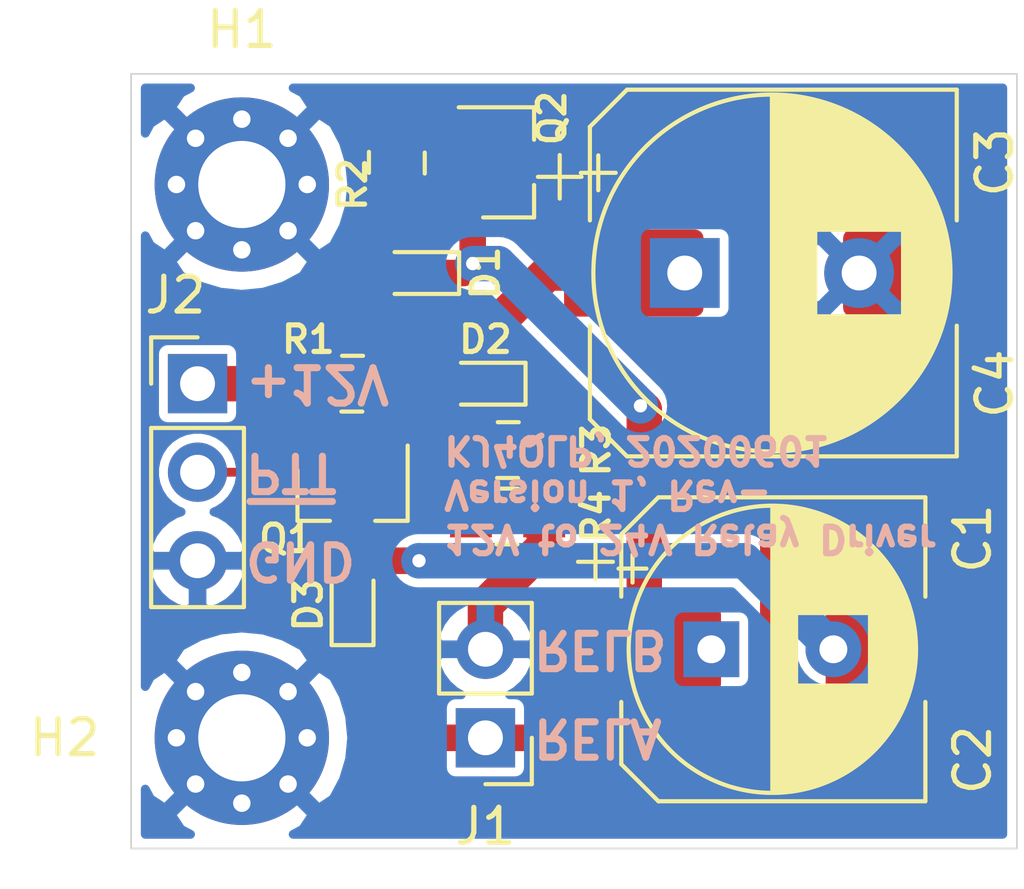
<source format=kicad_pcb>
(kicad_pcb (version 20171130) (host pcbnew 5.1.6-c6e7f7d~86~ubuntu16.04.1)

  (general
    (thickness 1.6)
    (drawings 12)
    (tracks 55)
    (zones 0)
    (modules 17)
    (nets 10)
  )

  (page A4)
  (layers
    (0 F.Cu signal)
    (31 B.Cu signal)
    (32 B.Adhes user)
    (33 F.Adhes user)
    (34 B.Paste user)
    (35 F.Paste user)
    (36 B.SilkS user)
    (37 F.SilkS user)
    (38 B.Mask user)
    (39 F.Mask user)
    (40 Dwgs.User user)
    (41 Cmts.User user)
    (42 Eco1.User user)
    (43 Eco2.User user)
    (44 Edge.Cuts user)
    (45 Margin user)
    (46 B.CrtYd user)
    (47 F.CrtYd user)
    (48 B.Fab user)
    (49 F.Fab user)
  )

  (setup
    (last_trace_width 1.016)
    (user_trace_width 0.508)
    (user_trace_width 0.762)
    (user_trace_width 1.016)
    (user_trace_width 1.27)
    (trace_clearance 0.254)
    (zone_clearance 0.254)
    (zone_45_only no)
    (trace_min 0.254)
    (via_size 0.508)
    (via_drill 0.254)
    (via_min_size 0.508)
    (via_min_drill 0.254)
    (user_via 0.762 0.381)
    (uvia_size 0.508)
    (uvia_drill 0.254)
    (uvias_allowed no)
    (uvia_min_size 0.508)
    (uvia_min_drill 0.254)
    (edge_width 0.05)
    (segment_width 0.2)
    (pcb_text_width 0.3)
    (pcb_text_size 1.5 1.5)
    (mod_edge_width 0.12)
    (mod_text_size 1 1)
    (mod_text_width 0.15)
    (pad_size 1.524 1.524)
    (pad_drill 0.762)
    (pad_to_mask_clearance 0.05)
    (aux_axis_origin 0 0)
    (visible_elements FFFDFF7F)
    (pcbplotparams
      (layerselection 0x010fc_ffffffff)
      (usegerberextensions false)
      (usegerberattributes true)
      (usegerberadvancedattributes true)
      (creategerberjobfile true)
      (excludeedgelayer true)
      (linewidth 0.100000)
      (plotframeref false)
      (viasonmask false)
      (mode 1)
      (useauxorigin false)
      (hpglpennumber 1)
      (hpglpenspeed 20)
      (hpglpendiameter 15.000000)
      (psnegative false)
      (psa4output false)
      (plotreference true)
      (plotvalue true)
      (plotinvisibletext false)
      (padsonsilk false)
      (subtractmaskfromsilk false)
      (outputformat 1)
      (mirror false)
      (drillshape 1)
      (scaleselection 1)
      (outputdirectory ""))
  )

  (net 0 "")
  (net 1 "Net-(C1-Pad2)")
  (net 2 "Net-(C1-Pad1)")
  (net 3 +12V)
  (net 4 "Net-(D2-Pad1)")
  (net 5 "Net-(D2-Pad2)")
  (net 6 "Net-(Q2-Pad1)")
  (net 7 GND)
  (net 8 /REL_COIL_A)
  (net 9 /~PTT)

  (net_class Default "This is the default net class."
    (clearance 0.254)
    (trace_width 0.254)
    (via_dia 0.508)
    (via_drill 0.254)
    (uvia_dia 0.508)
    (uvia_drill 0.254)
    (diff_pair_width 0.254)
    (diff_pair_gap 0.254)
    (add_net +12V)
    (add_net /REL_COIL_A)
    (add_net /~PTT)
    (add_net GND)
    (add_net "Net-(C1-Pad1)")
    (add_net "Net-(C1-Pad2)")
    (add_net "Net-(D2-Pad1)")
    (add_net "Net-(D2-Pad2)")
    (add_net "Net-(Q2-Pad1)")
  )

  (module Package_TO_SOT_SMD:SOT-23 (layer F.Cu) (tedit 5A02FF57) (tstamp 5ED60F6A)
    (at 163.195 107.315)
    (descr "SOT-23, Standard")
    (tags SOT-23)
    (path /5ED5B240)
    (attr smd)
    (fp_text reference Q2 (at 1.27 -1.27 270) (layer F.SilkS)
      (effects (font (size 0.762 0.762) (thickness 0.15)))
    )
    (fp_text value MMBT3906 (at 0 2.5) (layer F.Fab)
      (effects (font (size 1 1) (thickness 0.15)))
    )
    (fp_text user %R (at 0 0 90) (layer F.Fab)
      (effects (font (size 0.5 0.5) (thickness 0.075)))
    )
    (fp_line (start -0.7 -0.95) (end -0.7 1.5) (layer F.Fab) (width 0.1))
    (fp_line (start -0.15 -1.52) (end 0.7 -1.52) (layer F.Fab) (width 0.1))
    (fp_line (start -0.7 -0.95) (end -0.15 -1.52) (layer F.Fab) (width 0.1))
    (fp_line (start 0.7 -1.52) (end 0.7 1.52) (layer F.Fab) (width 0.1))
    (fp_line (start -0.7 1.52) (end 0.7 1.52) (layer F.Fab) (width 0.1))
    (fp_line (start 0.76 1.58) (end 0.76 0.65) (layer F.SilkS) (width 0.12))
    (fp_line (start 0.76 -1.58) (end 0.76 -0.65) (layer F.SilkS) (width 0.12))
    (fp_line (start -1.7 -1.75) (end 1.7 -1.75) (layer F.CrtYd) (width 0.05))
    (fp_line (start 1.7 -1.75) (end 1.7 1.75) (layer F.CrtYd) (width 0.05))
    (fp_line (start 1.7 1.75) (end -1.7 1.75) (layer F.CrtYd) (width 0.05))
    (fp_line (start -1.7 1.75) (end -1.7 -1.75) (layer F.CrtYd) (width 0.05))
    (fp_line (start 0.76 -1.58) (end -1.4 -1.58) (layer F.SilkS) (width 0.12))
    (fp_line (start 0.76 1.58) (end -0.7 1.58) (layer F.SilkS) (width 0.12))
    (pad 3 smd rect (at 1 0) (size 0.9 0.8) (layers F.Cu F.Paste F.Mask)
      (net 8 /REL_COIL_A))
    (pad 2 smd rect (at -1 0.95) (size 0.9 0.8) (layers F.Cu F.Paste F.Mask)
      (net 2 "Net-(C1-Pad1)"))
    (pad 1 smd rect (at -1 -0.95) (size 0.9 0.8) (layers F.Cu F.Paste F.Mask)
      (net 6 "Net-(Q2-Pad1)"))
    (model ${KISYS3DMOD}/Package_TO_SOT_SMD.3dshapes/SOT-23.wrl
      (at (xyz 0 0 0))
      (scale (xyz 1 1 1))
      (rotate (xyz 0 0 0))
    )
  )

  (module MountingHole:MountingHole_2.5mm_Pad_Via (layer F.Cu) (tedit 56DDBAEA) (tstamp 5ED68CEE)
    (at 155.575 123.825)
    (descr "Mounting Hole 2.5mm")
    (tags "mounting hole 2.5mm")
    (path /5EDE6D72)
    (attr virtual)
    (fp_text reference H2 (at -5.08 0) (layer F.SilkS)
      (effects (font (size 1 1) (thickness 0.15)))
    )
    (fp_text value MountingHole_Pad (at 0 3.5) (layer F.Fab)
      (effects (font (size 1 1) (thickness 0.15)))
    )
    (fp_text user %R (at 0.3 0) (layer F.Fab)
      (effects (font (size 1 1) (thickness 0.15)))
    )
    (fp_circle (center 0 0) (end 2.5 0) (layer Cmts.User) (width 0.15))
    (fp_circle (center 0 0) (end 2.75 0) (layer F.CrtYd) (width 0.05))
    (pad 1 thru_hole circle (at 1.325825 -1.325825) (size 0.8 0.8) (drill 0.5) (layers *.Cu *.Mask)
      (net 7 GND))
    (pad 1 thru_hole circle (at 0 -1.875) (size 0.8 0.8) (drill 0.5) (layers *.Cu *.Mask)
      (net 7 GND))
    (pad 1 thru_hole circle (at -1.325825 -1.325825) (size 0.8 0.8) (drill 0.5) (layers *.Cu *.Mask)
      (net 7 GND))
    (pad 1 thru_hole circle (at -1.875 0) (size 0.8 0.8) (drill 0.5) (layers *.Cu *.Mask)
      (net 7 GND))
    (pad 1 thru_hole circle (at -1.325825 1.325825) (size 0.8 0.8) (drill 0.5) (layers *.Cu *.Mask)
      (net 7 GND))
    (pad 1 thru_hole circle (at 0 1.875) (size 0.8 0.8) (drill 0.5) (layers *.Cu *.Mask)
      (net 7 GND))
    (pad 1 thru_hole circle (at 1.325825 1.325825) (size 0.8 0.8) (drill 0.5) (layers *.Cu *.Mask)
      (net 7 GND))
    (pad 1 thru_hole circle (at 1.875 0) (size 0.8 0.8) (drill 0.5) (layers *.Cu *.Mask)
      (net 7 GND))
    (pad 1 thru_hole circle (at 0 0) (size 5 5) (drill 2.5) (layers *.Cu *.Mask)
      (net 7 GND))
  )

  (module MountingHole:MountingHole_2.5mm_Pad_Via (layer F.Cu) (tedit 56DDBAEA) (tstamp 5ED68CDE)
    (at 155.575 107.95)
    (descr "Mounting Hole 2.5mm")
    (tags "mounting hole 2.5mm")
    (path /5EDE6209)
    (attr virtual)
    (fp_text reference H1 (at 0 -4.445) (layer F.SilkS)
      (effects (font (size 1 1) (thickness 0.15)))
    )
    (fp_text value MountingHole_Pad (at 0 3.5) (layer F.Fab)
      (effects (font (size 1 1) (thickness 0.15)))
    )
    (fp_text user %R (at 0.3 0) (layer F.Fab)
      (effects (font (size 1 1) (thickness 0.15)))
    )
    (fp_circle (center 0 0) (end 2.5 0) (layer Cmts.User) (width 0.15))
    (fp_circle (center 0 0) (end 2.75 0) (layer F.CrtYd) (width 0.05))
    (pad 1 thru_hole circle (at 1.325825 -1.325825) (size 0.8 0.8) (drill 0.5) (layers *.Cu *.Mask)
      (net 7 GND))
    (pad 1 thru_hole circle (at 0 -1.875) (size 0.8 0.8) (drill 0.5) (layers *.Cu *.Mask)
      (net 7 GND))
    (pad 1 thru_hole circle (at -1.325825 -1.325825) (size 0.8 0.8) (drill 0.5) (layers *.Cu *.Mask)
      (net 7 GND))
    (pad 1 thru_hole circle (at -1.875 0) (size 0.8 0.8) (drill 0.5) (layers *.Cu *.Mask)
      (net 7 GND))
    (pad 1 thru_hole circle (at -1.325825 1.325825) (size 0.8 0.8) (drill 0.5) (layers *.Cu *.Mask)
      (net 7 GND))
    (pad 1 thru_hole circle (at 0 1.875) (size 0.8 0.8) (drill 0.5) (layers *.Cu *.Mask)
      (net 7 GND))
    (pad 1 thru_hole circle (at 1.325825 1.325825) (size 0.8 0.8) (drill 0.5) (layers *.Cu *.Mask)
      (net 7 GND))
    (pad 1 thru_hole circle (at 1.875 0) (size 0.8 0.8) (drill 0.5) (layers *.Cu *.Mask)
      (net 7 GND))
    (pad 1 thru_hole circle (at 0 0) (size 5 5) (drill 2.5) (layers *.Cu *.Mask)
      (net 7 GND))
  )

  (module Capacitor_THT:CP_Radial_D8.0mm_P3.50mm (layer F.Cu) (tedit 5AE50EF0) (tstamp 5ED6B01B)
    (at 169.037 121.285)
    (descr "CP, Radial series, Radial, pin pitch=3.50mm, , diameter=8mm, Electrolytic Capacitor")
    (tags "CP Radial series Radial pin pitch 3.50mm  diameter 8mm Electrolytic Capacitor")
    (path /5ED6DAA4)
    (fp_text reference C2 (at 7.493 3.175 90) (layer F.SilkS)
      (effects (font (size 1 1) (thickness 0.15)))
    )
    (fp_text value 220uF (at 1.75 5.25) (layer F.Fab)
      (effects (font (size 1 1) (thickness 0.15)))
    )
    (fp_text user %R (at 1.75 0) (layer F.Fab)
      (effects (font (size 1 1) (thickness 0.15)))
    )
    (fp_circle (center 1.75 0) (end 5.75 0) (layer F.Fab) (width 0.1))
    (fp_circle (center 1.75 0) (end 5.87 0) (layer F.SilkS) (width 0.12))
    (fp_circle (center 1.75 0) (end 6 0) (layer F.CrtYd) (width 0.05))
    (fp_line (start -1.676759 -1.7475) (end -0.876759 -1.7475) (layer F.Fab) (width 0.1))
    (fp_line (start -1.276759 -2.1475) (end -1.276759 -1.3475) (layer F.Fab) (width 0.1))
    (fp_line (start 1.75 -4.08) (end 1.75 4.08) (layer F.SilkS) (width 0.12))
    (fp_line (start 1.79 -4.08) (end 1.79 4.08) (layer F.SilkS) (width 0.12))
    (fp_line (start 1.83 -4.08) (end 1.83 4.08) (layer F.SilkS) (width 0.12))
    (fp_line (start 1.87 -4.079) (end 1.87 4.079) (layer F.SilkS) (width 0.12))
    (fp_line (start 1.91 -4.077) (end 1.91 4.077) (layer F.SilkS) (width 0.12))
    (fp_line (start 1.95 -4.076) (end 1.95 4.076) (layer F.SilkS) (width 0.12))
    (fp_line (start 1.99 -4.074) (end 1.99 4.074) (layer F.SilkS) (width 0.12))
    (fp_line (start 2.03 -4.071) (end 2.03 4.071) (layer F.SilkS) (width 0.12))
    (fp_line (start 2.07 -4.068) (end 2.07 4.068) (layer F.SilkS) (width 0.12))
    (fp_line (start 2.11 -4.065) (end 2.11 4.065) (layer F.SilkS) (width 0.12))
    (fp_line (start 2.15 -4.061) (end 2.15 4.061) (layer F.SilkS) (width 0.12))
    (fp_line (start 2.19 -4.057) (end 2.19 4.057) (layer F.SilkS) (width 0.12))
    (fp_line (start 2.23 -4.052) (end 2.23 4.052) (layer F.SilkS) (width 0.12))
    (fp_line (start 2.27 -4.048) (end 2.27 4.048) (layer F.SilkS) (width 0.12))
    (fp_line (start 2.31 -4.042) (end 2.31 4.042) (layer F.SilkS) (width 0.12))
    (fp_line (start 2.35 -4.037) (end 2.35 4.037) (layer F.SilkS) (width 0.12))
    (fp_line (start 2.39 -4.03) (end 2.39 4.03) (layer F.SilkS) (width 0.12))
    (fp_line (start 2.43 -4.024) (end 2.43 4.024) (layer F.SilkS) (width 0.12))
    (fp_line (start 2.471 -4.017) (end 2.471 -1.04) (layer F.SilkS) (width 0.12))
    (fp_line (start 2.471 1.04) (end 2.471 4.017) (layer F.SilkS) (width 0.12))
    (fp_line (start 2.511 -4.01) (end 2.511 -1.04) (layer F.SilkS) (width 0.12))
    (fp_line (start 2.511 1.04) (end 2.511 4.01) (layer F.SilkS) (width 0.12))
    (fp_line (start 2.551 -4.002) (end 2.551 -1.04) (layer F.SilkS) (width 0.12))
    (fp_line (start 2.551 1.04) (end 2.551 4.002) (layer F.SilkS) (width 0.12))
    (fp_line (start 2.591 -3.994) (end 2.591 -1.04) (layer F.SilkS) (width 0.12))
    (fp_line (start 2.591 1.04) (end 2.591 3.994) (layer F.SilkS) (width 0.12))
    (fp_line (start 2.631 -3.985) (end 2.631 -1.04) (layer F.SilkS) (width 0.12))
    (fp_line (start 2.631 1.04) (end 2.631 3.985) (layer F.SilkS) (width 0.12))
    (fp_line (start 2.671 -3.976) (end 2.671 -1.04) (layer F.SilkS) (width 0.12))
    (fp_line (start 2.671 1.04) (end 2.671 3.976) (layer F.SilkS) (width 0.12))
    (fp_line (start 2.711 -3.967) (end 2.711 -1.04) (layer F.SilkS) (width 0.12))
    (fp_line (start 2.711 1.04) (end 2.711 3.967) (layer F.SilkS) (width 0.12))
    (fp_line (start 2.751 -3.957) (end 2.751 -1.04) (layer F.SilkS) (width 0.12))
    (fp_line (start 2.751 1.04) (end 2.751 3.957) (layer F.SilkS) (width 0.12))
    (fp_line (start 2.791 -3.947) (end 2.791 -1.04) (layer F.SilkS) (width 0.12))
    (fp_line (start 2.791 1.04) (end 2.791 3.947) (layer F.SilkS) (width 0.12))
    (fp_line (start 2.831 -3.936) (end 2.831 -1.04) (layer F.SilkS) (width 0.12))
    (fp_line (start 2.831 1.04) (end 2.831 3.936) (layer F.SilkS) (width 0.12))
    (fp_line (start 2.871 -3.925) (end 2.871 -1.04) (layer F.SilkS) (width 0.12))
    (fp_line (start 2.871 1.04) (end 2.871 3.925) (layer F.SilkS) (width 0.12))
    (fp_line (start 2.911 -3.914) (end 2.911 -1.04) (layer F.SilkS) (width 0.12))
    (fp_line (start 2.911 1.04) (end 2.911 3.914) (layer F.SilkS) (width 0.12))
    (fp_line (start 2.951 -3.902) (end 2.951 -1.04) (layer F.SilkS) (width 0.12))
    (fp_line (start 2.951 1.04) (end 2.951 3.902) (layer F.SilkS) (width 0.12))
    (fp_line (start 2.991 -3.889) (end 2.991 -1.04) (layer F.SilkS) (width 0.12))
    (fp_line (start 2.991 1.04) (end 2.991 3.889) (layer F.SilkS) (width 0.12))
    (fp_line (start 3.031 -3.877) (end 3.031 -1.04) (layer F.SilkS) (width 0.12))
    (fp_line (start 3.031 1.04) (end 3.031 3.877) (layer F.SilkS) (width 0.12))
    (fp_line (start 3.071 -3.863) (end 3.071 -1.04) (layer F.SilkS) (width 0.12))
    (fp_line (start 3.071 1.04) (end 3.071 3.863) (layer F.SilkS) (width 0.12))
    (fp_line (start 3.111 -3.85) (end 3.111 -1.04) (layer F.SilkS) (width 0.12))
    (fp_line (start 3.111 1.04) (end 3.111 3.85) (layer F.SilkS) (width 0.12))
    (fp_line (start 3.151 -3.835) (end 3.151 -1.04) (layer F.SilkS) (width 0.12))
    (fp_line (start 3.151 1.04) (end 3.151 3.835) (layer F.SilkS) (width 0.12))
    (fp_line (start 3.191 -3.821) (end 3.191 -1.04) (layer F.SilkS) (width 0.12))
    (fp_line (start 3.191 1.04) (end 3.191 3.821) (layer F.SilkS) (width 0.12))
    (fp_line (start 3.231 -3.805) (end 3.231 -1.04) (layer F.SilkS) (width 0.12))
    (fp_line (start 3.231 1.04) (end 3.231 3.805) (layer F.SilkS) (width 0.12))
    (fp_line (start 3.271 -3.79) (end 3.271 -1.04) (layer F.SilkS) (width 0.12))
    (fp_line (start 3.271 1.04) (end 3.271 3.79) (layer F.SilkS) (width 0.12))
    (fp_line (start 3.311 -3.774) (end 3.311 -1.04) (layer F.SilkS) (width 0.12))
    (fp_line (start 3.311 1.04) (end 3.311 3.774) (layer F.SilkS) (width 0.12))
    (fp_line (start 3.351 -3.757) (end 3.351 -1.04) (layer F.SilkS) (width 0.12))
    (fp_line (start 3.351 1.04) (end 3.351 3.757) (layer F.SilkS) (width 0.12))
    (fp_line (start 3.391 -3.74) (end 3.391 -1.04) (layer F.SilkS) (width 0.12))
    (fp_line (start 3.391 1.04) (end 3.391 3.74) (layer F.SilkS) (width 0.12))
    (fp_line (start 3.431 -3.722) (end 3.431 -1.04) (layer F.SilkS) (width 0.12))
    (fp_line (start 3.431 1.04) (end 3.431 3.722) (layer F.SilkS) (width 0.12))
    (fp_line (start 3.471 -3.704) (end 3.471 -1.04) (layer F.SilkS) (width 0.12))
    (fp_line (start 3.471 1.04) (end 3.471 3.704) (layer F.SilkS) (width 0.12))
    (fp_line (start 3.511 -3.686) (end 3.511 -1.04) (layer F.SilkS) (width 0.12))
    (fp_line (start 3.511 1.04) (end 3.511 3.686) (layer F.SilkS) (width 0.12))
    (fp_line (start 3.551 -3.666) (end 3.551 -1.04) (layer F.SilkS) (width 0.12))
    (fp_line (start 3.551 1.04) (end 3.551 3.666) (layer F.SilkS) (width 0.12))
    (fp_line (start 3.591 -3.647) (end 3.591 -1.04) (layer F.SilkS) (width 0.12))
    (fp_line (start 3.591 1.04) (end 3.591 3.647) (layer F.SilkS) (width 0.12))
    (fp_line (start 3.631 -3.627) (end 3.631 -1.04) (layer F.SilkS) (width 0.12))
    (fp_line (start 3.631 1.04) (end 3.631 3.627) (layer F.SilkS) (width 0.12))
    (fp_line (start 3.671 -3.606) (end 3.671 -1.04) (layer F.SilkS) (width 0.12))
    (fp_line (start 3.671 1.04) (end 3.671 3.606) (layer F.SilkS) (width 0.12))
    (fp_line (start 3.711 -3.584) (end 3.711 -1.04) (layer F.SilkS) (width 0.12))
    (fp_line (start 3.711 1.04) (end 3.711 3.584) (layer F.SilkS) (width 0.12))
    (fp_line (start 3.751 -3.562) (end 3.751 -1.04) (layer F.SilkS) (width 0.12))
    (fp_line (start 3.751 1.04) (end 3.751 3.562) (layer F.SilkS) (width 0.12))
    (fp_line (start 3.791 -3.54) (end 3.791 -1.04) (layer F.SilkS) (width 0.12))
    (fp_line (start 3.791 1.04) (end 3.791 3.54) (layer F.SilkS) (width 0.12))
    (fp_line (start 3.831 -3.517) (end 3.831 -1.04) (layer F.SilkS) (width 0.12))
    (fp_line (start 3.831 1.04) (end 3.831 3.517) (layer F.SilkS) (width 0.12))
    (fp_line (start 3.871 -3.493) (end 3.871 -1.04) (layer F.SilkS) (width 0.12))
    (fp_line (start 3.871 1.04) (end 3.871 3.493) (layer F.SilkS) (width 0.12))
    (fp_line (start 3.911 -3.469) (end 3.911 -1.04) (layer F.SilkS) (width 0.12))
    (fp_line (start 3.911 1.04) (end 3.911 3.469) (layer F.SilkS) (width 0.12))
    (fp_line (start 3.951 -3.444) (end 3.951 -1.04) (layer F.SilkS) (width 0.12))
    (fp_line (start 3.951 1.04) (end 3.951 3.444) (layer F.SilkS) (width 0.12))
    (fp_line (start 3.991 -3.418) (end 3.991 -1.04) (layer F.SilkS) (width 0.12))
    (fp_line (start 3.991 1.04) (end 3.991 3.418) (layer F.SilkS) (width 0.12))
    (fp_line (start 4.031 -3.392) (end 4.031 -1.04) (layer F.SilkS) (width 0.12))
    (fp_line (start 4.031 1.04) (end 4.031 3.392) (layer F.SilkS) (width 0.12))
    (fp_line (start 4.071 -3.365) (end 4.071 -1.04) (layer F.SilkS) (width 0.12))
    (fp_line (start 4.071 1.04) (end 4.071 3.365) (layer F.SilkS) (width 0.12))
    (fp_line (start 4.111 -3.338) (end 4.111 -1.04) (layer F.SilkS) (width 0.12))
    (fp_line (start 4.111 1.04) (end 4.111 3.338) (layer F.SilkS) (width 0.12))
    (fp_line (start 4.151 -3.309) (end 4.151 -1.04) (layer F.SilkS) (width 0.12))
    (fp_line (start 4.151 1.04) (end 4.151 3.309) (layer F.SilkS) (width 0.12))
    (fp_line (start 4.191 -3.28) (end 4.191 -1.04) (layer F.SilkS) (width 0.12))
    (fp_line (start 4.191 1.04) (end 4.191 3.28) (layer F.SilkS) (width 0.12))
    (fp_line (start 4.231 -3.25) (end 4.231 -1.04) (layer F.SilkS) (width 0.12))
    (fp_line (start 4.231 1.04) (end 4.231 3.25) (layer F.SilkS) (width 0.12))
    (fp_line (start 4.271 -3.22) (end 4.271 -1.04) (layer F.SilkS) (width 0.12))
    (fp_line (start 4.271 1.04) (end 4.271 3.22) (layer F.SilkS) (width 0.12))
    (fp_line (start 4.311 -3.189) (end 4.311 -1.04) (layer F.SilkS) (width 0.12))
    (fp_line (start 4.311 1.04) (end 4.311 3.189) (layer F.SilkS) (width 0.12))
    (fp_line (start 4.351 -3.156) (end 4.351 -1.04) (layer F.SilkS) (width 0.12))
    (fp_line (start 4.351 1.04) (end 4.351 3.156) (layer F.SilkS) (width 0.12))
    (fp_line (start 4.391 -3.124) (end 4.391 -1.04) (layer F.SilkS) (width 0.12))
    (fp_line (start 4.391 1.04) (end 4.391 3.124) (layer F.SilkS) (width 0.12))
    (fp_line (start 4.431 -3.09) (end 4.431 -1.04) (layer F.SilkS) (width 0.12))
    (fp_line (start 4.431 1.04) (end 4.431 3.09) (layer F.SilkS) (width 0.12))
    (fp_line (start 4.471 -3.055) (end 4.471 -1.04) (layer F.SilkS) (width 0.12))
    (fp_line (start 4.471 1.04) (end 4.471 3.055) (layer F.SilkS) (width 0.12))
    (fp_line (start 4.511 -3.019) (end 4.511 -1.04) (layer F.SilkS) (width 0.12))
    (fp_line (start 4.511 1.04) (end 4.511 3.019) (layer F.SilkS) (width 0.12))
    (fp_line (start 4.551 -2.983) (end 4.551 2.983) (layer F.SilkS) (width 0.12))
    (fp_line (start 4.591 -2.945) (end 4.591 2.945) (layer F.SilkS) (width 0.12))
    (fp_line (start 4.631 -2.907) (end 4.631 2.907) (layer F.SilkS) (width 0.12))
    (fp_line (start 4.671 -2.867) (end 4.671 2.867) (layer F.SilkS) (width 0.12))
    (fp_line (start 4.711 -2.826) (end 4.711 2.826) (layer F.SilkS) (width 0.12))
    (fp_line (start 4.751 -2.784) (end 4.751 2.784) (layer F.SilkS) (width 0.12))
    (fp_line (start 4.791 -2.741) (end 4.791 2.741) (layer F.SilkS) (width 0.12))
    (fp_line (start 4.831 -2.697) (end 4.831 2.697) (layer F.SilkS) (width 0.12))
    (fp_line (start 4.871 -2.651) (end 4.871 2.651) (layer F.SilkS) (width 0.12))
    (fp_line (start 4.911 -2.604) (end 4.911 2.604) (layer F.SilkS) (width 0.12))
    (fp_line (start 4.951 -2.556) (end 4.951 2.556) (layer F.SilkS) (width 0.12))
    (fp_line (start 4.991 -2.505) (end 4.991 2.505) (layer F.SilkS) (width 0.12))
    (fp_line (start 5.031 -2.454) (end 5.031 2.454) (layer F.SilkS) (width 0.12))
    (fp_line (start 5.071 -2.4) (end 5.071 2.4) (layer F.SilkS) (width 0.12))
    (fp_line (start 5.111 -2.345) (end 5.111 2.345) (layer F.SilkS) (width 0.12))
    (fp_line (start 5.151 -2.287) (end 5.151 2.287) (layer F.SilkS) (width 0.12))
    (fp_line (start 5.191 -2.228) (end 5.191 2.228) (layer F.SilkS) (width 0.12))
    (fp_line (start 5.231 -2.166) (end 5.231 2.166) (layer F.SilkS) (width 0.12))
    (fp_line (start 5.271 -2.102) (end 5.271 2.102) (layer F.SilkS) (width 0.12))
    (fp_line (start 5.311 -2.034) (end 5.311 2.034) (layer F.SilkS) (width 0.12))
    (fp_line (start 5.351 -1.964) (end 5.351 1.964) (layer F.SilkS) (width 0.12))
    (fp_line (start 5.391 -1.89) (end 5.391 1.89) (layer F.SilkS) (width 0.12))
    (fp_line (start 5.431 -1.813) (end 5.431 1.813) (layer F.SilkS) (width 0.12))
    (fp_line (start 5.471 -1.731) (end 5.471 1.731) (layer F.SilkS) (width 0.12))
    (fp_line (start 5.511 -1.645) (end 5.511 1.645) (layer F.SilkS) (width 0.12))
    (fp_line (start 5.551 -1.552) (end 5.551 1.552) (layer F.SilkS) (width 0.12))
    (fp_line (start 5.591 -1.453) (end 5.591 1.453) (layer F.SilkS) (width 0.12))
    (fp_line (start 5.631 -1.346) (end 5.631 1.346) (layer F.SilkS) (width 0.12))
    (fp_line (start 5.671 -1.229) (end 5.671 1.229) (layer F.SilkS) (width 0.12))
    (fp_line (start 5.711 -1.098) (end 5.711 1.098) (layer F.SilkS) (width 0.12))
    (fp_line (start 5.751 -0.948) (end 5.751 0.948) (layer F.SilkS) (width 0.12))
    (fp_line (start 5.791 -0.768) (end 5.791 0.768) (layer F.SilkS) (width 0.12))
    (fp_line (start 5.831 -0.533) (end 5.831 0.533) (layer F.SilkS) (width 0.12))
    (fp_line (start -2.659698 -2.315) (end -1.859698 -2.315) (layer F.SilkS) (width 0.12))
    (fp_line (start -2.259698 -2.715) (end -2.259698 -1.915) (layer F.SilkS) (width 0.12))
    (pad 2 thru_hole circle (at 3.5 0) (size 1.6 1.6) (drill 0.8) (layers *.Cu *.Mask)
      (net 1 "Net-(C1-Pad2)"))
    (pad 1 thru_hole rect (at 0 0) (size 1.6 1.6) (drill 0.8) (layers *.Cu *.Mask)
      (net 2 "Net-(C1-Pad1)"))
    (model ${KISYS3DMOD}/Capacitor_THT.3dshapes/CP_Radial_D8.0mm_P3.50mm.wrl
      (at (xyz 0 0 0))
      (scale (xyz 1 1 1))
      (rotate (xyz 0 0 0))
    )
  )

  (module Capacitor_SMD:CP_Elec_8x10.5 (layer F.Cu) (tedit 5BCA39D0) (tstamp 5ED6722D)
    (at 170.815 121.285)
    (descr "SMD capacitor, aluminum electrolytic, Vishay 0810, 8.0x10.5mm, http://www.vishay.com/docs/28395/150crz.pdf")
    (tags "capacitor electrolytic")
    (path /5EDB70B1)
    (attr smd)
    (fp_text reference C1 (at 5.715 -3.175 90) (layer F.SilkS)
      (effects (font (size 1 1) (thickness 0.15)))
    )
    (fp_text value DNP (at 0 5.3) (layer F.Fab)
      (effects (font (size 1 1) (thickness 0.15)))
    )
    (fp_text user %R (at 0 0) (layer F.Fab)
      (effects (font (size 1 1) (thickness 0.15)))
    )
    (fp_circle (center 0 0) (end 4 0) (layer F.Fab) (width 0.1))
    (fp_line (start 4.25 -4.25) (end 4.25 4.25) (layer F.Fab) (width 0.1))
    (fp_line (start -3.25 -4.25) (end 4.25 -4.25) (layer F.Fab) (width 0.1))
    (fp_line (start -3.25 4.25) (end 4.25 4.25) (layer F.Fab) (width 0.1))
    (fp_line (start -4.25 -3.25) (end -4.25 3.25) (layer F.Fab) (width 0.1))
    (fp_line (start -4.25 -3.25) (end -3.25 -4.25) (layer F.Fab) (width 0.1))
    (fp_line (start -4.25 3.25) (end -3.25 4.25) (layer F.Fab) (width 0.1))
    (fp_line (start -3.562278 -1.5) (end -2.762278 -1.5) (layer F.Fab) (width 0.1))
    (fp_line (start -3.162278 -1.9) (end -3.162278 -1.1) (layer F.Fab) (width 0.1))
    (fp_line (start 4.36 4.36) (end 4.36 1.51) (layer F.SilkS) (width 0.12))
    (fp_line (start 4.36 -4.36) (end 4.36 -1.51) (layer F.SilkS) (width 0.12))
    (fp_line (start -3.295563 -4.36) (end 4.36 -4.36) (layer F.SilkS) (width 0.12))
    (fp_line (start -3.295563 4.36) (end 4.36 4.36) (layer F.SilkS) (width 0.12))
    (fp_line (start -4.36 3.295563) (end -4.36 1.51) (layer F.SilkS) (width 0.12))
    (fp_line (start -4.36 -3.295563) (end -4.36 -1.51) (layer F.SilkS) (width 0.12))
    (fp_line (start -4.36 -3.295563) (end -3.295563 -4.36) (layer F.SilkS) (width 0.12))
    (fp_line (start -4.36 3.295563) (end -3.295563 4.36) (layer F.SilkS) (width 0.12))
    (fp_line (start -5.6 -2.51) (end -4.6 -2.51) (layer F.SilkS) (width 0.12))
    (fp_line (start -5.1 -3.01) (end -5.1 -2.01) (layer F.SilkS) (width 0.12))
    (fp_line (start 4.5 -4.5) (end 4.5 -1.5) (layer F.CrtYd) (width 0.05))
    (fp_line (start 4.5 -1.5) (end 6.15 -1.5) (layer F.CrtYd) (width 0.05))
    (fp_line (start 6.15 -1.5) (end 6.15 1.5) (layer F.CrtYd) (width 0.05))
    (fp_line (start 6.15 1.5) (end 4.5 1.5) (layer F.CrtYd) (width 0.05))
    (fp_line (start 4.5 1.5) (end 4.5 4.5) (layer F.CrtYd) (width 0.05))
    (fp_line (start -3.35 4.5) (end 4.5 4.5) (layer F.CrtYd) (width 0.05))
    (fp_line (start -3.35 -4.5) (end 4.5 -4.5) (layer F.CrtYd) (width 0.05))
    (fp_line (start -4.5 3.35) (end -3.35 4.5) (layer F.CrtYd) (width 0.05))
    (fp_line (start -4.5 -3.35) (end -3.35 -4.5) (layer F.CrtYd) (width 0.05))
    (fp_line (start -4.5 -3.35) (end -4.5 -1.5) (layer F.CrtYd) (width 0.05))
    (fp_line (start -4.5 1.5) (end -4.5 3.35) (layer F.CrtYd) (width 0.05))
    (fp_line (start -4.5 -1.5) (end -6.15 -1.5) (layer F.CrtYd) (width 0.05))
    (fp_line (start -6.15 -1.5) (end -6.15 1.5) (layer F.CrtYd) (width 0.05))
    (fp_line (start -6.15 1.5) (end -4.5 1.5) (layer F.CrtYd) (width 0.05))
    (pad 2 smd roundrect (at 3.7 0) (size 4.4 2.5) (layers F.Cu F.Paste F.Mask) (roundrect_rratio 0.1)
      (net 1 "Net-(C1-Pad2)"))
    (pad 1 smd roundrect (at -3.7 0) (size 4.4 2.5) (layers F.Cu F.Paste F.Mask) (roundrect_rratio 0.1)
      (net 2 "Net-(C1-Pad1)"))
    (model ${KISYS3DMOD}/Capacitor_SMD.3dshapes/CP_Elec_8x10.5.wrl
      (at (xyz 0 0 0))
      (scale (xyz 1 1 1))
      (rotate (xyz 0 0 0))
    )
  )

  (module Capacitor_THT:CP_Radial_D10.0mm_P5.00mm (layer F.Cu) (tedit 5AE50EF1) (tstamp 5ED66B36)
    (at 168.275 110.49)
    (descr "CP, Radial series, Radial, pin pitch=5.00mm, , diameter=10mm, Electrolytic Capacitor")
    (tags "CP Radial series Radial pin pitch 5.00mm  diameter 10mm Electrolytic Capacitor")
    (path /5EDB483B)
    (fp_text reference C4 (at 8.89 3.175 90) (layer F.SilkS)
      (effects (font (size 1 1) (thickness 0.15)))
    )
    (fp_text value DNP (at 2.5 6.25) (layer F.Fab)
      (effects (font (size 1 1) (thickness 0.15)))
    )
    (fp_text user %R (at 2.5 0) (layer F.Fab)
      (effects (font (size 1 1) (thickness 0.15)))
    )
    (fp_circle (center 2.5 0) (end 7.5 0) (layer F.Fab) (width 0.1))
    (fp_circle (center 2.5 0) (end 7.62 0) (layer F.SilkS) (width 0.12))
    (fp_circle (center 2.5 0) (end 7.75 0) (layer F.CrtYd) (width 0.05))
    (fp_line (start -1.788861 -2.1875) (end -0.788861 -2.1875) (layer F.Fab) (width 0.1))
    (fp_line (start -1.288861 -2.6875) (end -1.288861 -1.6875) (layer F.Fab) (width 0.1))
    (fp_line (start 2.5 -5.08) (end 2.5 5.08) (layer F.SilkS) (width 0.12))
    (fp_line (start 2.54 -5.08) (end 2.54 5.08) (layer F.SilkS) (width 0.12))
    (fp_line (start 2.58 -5.08) (end 2.58 5.08) (layer F.SilkS) (width 0.12))
    (fp_line (start 2.62 -5.079) (end 2.62 5.079) (layer F.SilkS) (width 0.12))
    (fp_line (start 2.66 -5.078) (end 2.66 5.078) (layer F.SilkS) (width 0.12))
    (fp_line (start 2.7 -5.077) (end 2.7 5.077) (layer F.SilkS) (width 0.12))
    (fp_line (start 2.74 -5.075) (end 2.74 5.075) (layer F.SilkS) (width 0.12))
    (fp_line (start 2.78 -5.073) (end 2.78 5.073) (layer F.SilkS) (width 0.12))
    (fp_line (start 2.82 -5.07) (end 2.82 5.07) (layer F.SilkS) (width 0.12))
    (fp_line (start 2.86 -5.068) (end 2.86 5.068) (layer F.SilkS) (width 0.12))
    (fp_line (start 2.9 -5.065) (end 2.9 5.065) (layer F.SilkS) (width 0.12))
    (fp_line (start 2.94 -5.062) (end 2.94 5.062) (layer F.SilkS) (width 0.12))
    (fp_line (start 2.98 -5.058) (end 2.98 5.058) (layer F.SilkS) (width 0.12))
    (fp_line (start 3.02 -5.054) (end 3.02 5.054) (layer F.SilkS) (width 0.12))
    (fp_line (start 3.06 -5.05) (end 3.06 5.05) (layer F.SilkS) (width 0.12))
    (fp_line (start 3.1 -5.045) (end 3.1 5.045) (layer F.SilkS) (width 0.12))
    (fp_line (start 3.14 -5.04) (end 3.14 5.04) (layer F.SilkS) (width 0.12))
    (fp_line (start 3.18 -5.035) (end 3.18 5.035) (layer F.SilkS) (width 0.12))
    (fp_line (start 3.221 -5.03) (end 3.221 5.03) (layer F.SilkS) (width 0.12))
    (fp_line (start 3.261 -5.024) (end 3.261 5.024) (layer F.SilkS) (width 0.12))
    (fp_line (start 3.301 -5.018) (end 3.301 5.018) (layer F.SilkS) (width 0.12))
    (fp_line (start 3.341 -5.011) (end 3.341 5.011) (layer F.SilkS) (width 0.12))
    (fp_line (start 3.381 -5.004) (end 3.381 5.004) (layer F.SilkS) (width 0.12))
    (fp_line (start 3.421 -4.997) (end 3.421 4.997) (layer F.SilkS) (width 0.12))
    (fp_line (start 3.461 -4.99) (end 3.461 4.99) (layer F.SilkS) (width 0.12))
    (fp_line (start 3.501 -4.982) (end 3.501 4.982) (layer F.SilkS) (width 0.12))
    (fp_line (start 3.541 -4.974) (end 3.541 4.974) (layer F.SilkS) (width 0.12))
    (fp_line (start 3.581 -4.965) (end 3.581 4.965) (layer F.SilkS) (width 0.12))
    (fp_line (start 3.621 -4.956) (end 3.621 4.956) (layer F.SilkS) (width 0.12))
    (fp_line (start 3.661 -4.947) (end 3.661 4.947) (layer F.SilkS) (width 0.12))
    (fp_line (start 3.701 -4.938) (end 3.701 4.938) (layer F.SilkS) (width 0.12))
    (fp_line (start 3.741 -4.928) (end 3.741 4.928) (layer F.SilkS) (width 0.12))
    (fp_line (start 3.781 -4.918) (end 3.781 -1.241) (layer F.SilkS) (width 0.12))
    (fp_line (start 3.781 1.241) (end 3.781 4.918) (layer F.SilkS) (width 0.12))
    (fp_line (start 3.821 -4.907) (end 3.821 -1.241) (layer F.SilkS) (width 0.12))
    (fp_line (start 3.821 1.241) (end 3.821 4.907) (layer F.SilkS) (width 0.12))
    (fp_line (start 3.861 -4.897) (end 3.861 -1.241) (layer F.SilkS) (width 0.12))
    (fp_line (start 3.861 1.241) (end 3.861 4.897) (layer F.SilkS) (width 0.12))
    (fp_line (start 3.901 -4.885) (end 3.901 -1.241) (layer F.SilkS) (width 0.12))
    (fp_line (start 3.901 1.241) (end 3.901 4.885) (layer F.SilkS) (width 0.12))
    (fp_line (start 3.941 -4.874) (end 3.941 -1.241) (layer F.SilkS) (width 0.12))
    (fp_line (start 3.941 1.241) (end 3.941 4.874) (layer F.SilkS) (width 0.12))
    (fp_line (start 3.981 -4.862) (end 3.981 -1.241) (layer F.SilkS) (width 0.12))
    (fp_line (start 3.981 1.241) (end 3.981 4.862) (layer F.SilkS) (width 0.12))
    (fp_line (start 4.021 -4.85) (end 4.021 -1.241) (layer F.SilkS) (width 0.12))
    (fp_line (start 4.021 1.241) (end 4.021 4.85) (layer F.SilkS) (width 0.12))
    (fp_line (start 4.061 -4.837) (end 4.061 -1.241) (layer F.SilkS) (width 0.12))
    (fp_line (start 4.061 1.241) (end 4.061 4.837) (layer F.SilkS) (width 0.12))
    (fp_line (start 4.101 -4.824) (end 4.101 -1.241) (layer F.SilkS) (width 0.12))
    (fp_line (start 4.101 1.241) (end 4.101 4.824) (layer F.SilkS) (width 0.12))
    (fp_line (start 4.141 -4.811) (end 4.141 -1.241) (layer F.SilkS) (width 0.12))
    (fp_line (start 4.141 1.241) (end 4.141 4.811) (layer F.SilkS) (width 0.12))
    (fp_line (start 4.181 -4.797) (end 4.181 -1.241) (layer F.SilkS) (width 0.12))
    (fp_line (start 4.181 1.241) (end 4.181 4.797) (layer F.SilkS) (width 0.12))
    (fp_line (start 4.221 -4.783) (end 4.221 -1.241) (layer F.SilkS) (width 0.12))
    (fp_line (start 4.221 1.241) (end 4.221 4.783) (layer F.SilkS) (width 0.12))
    (fp_line (start 4.261 -4.768) (end 4.261 -1.241) (layer F.SilkS) (width 0.12))
    (fp_line (start 4.261 1.241) (end 4.261 4.768) (layer F.SilkS) (width 0.12))
    (fp_line (start 4.301 -4.754) (end 4.301 -1.241) (layer F.SilkS) (width 0.12))
    (fp_line (start 4.301 1.241) (end 4.301 4.754) (layer F.SilkS) (width 0.12))
    (fp_line (start 4.341 -4.738) (end 4.341 -1.241) (layer F.SilkS) (width 0.12))
    (fp_line (start 4.341 1.241) (end 4.341 4.738) (layer F.SilkS) (width 0.12))
    (fp_line (start 4.381 -4.723) (end 4.381 -1.241) (layer F.SilkS) (width 0.12))
    (fp_line (start 4.381 1.241) (end 4.381 4.723) (layer F.SilkS) (width 0.12))
    (fp_line (start 4.421 -4.707) (end 4.421 -1.241) (layer F.SilkS) (width 0.12))
    (fp_line (start 4.421 1.241) (end 4.421 4.707) (layer F.SilkS) (width 0.12))
    (fp_line (start 4.461 -4.69) (end 4.461 -1.241) (layer F.SilkS) (width 0.12))
    (fp_line (start 4.461 1.241) (end 4.461 4.69) (layer F.SilkS) (width 0.12))
    (fp_line (start 4.501 -4.674) (end 4.501 -1.241) (layer F.SilkS) (width 0.12))
    (fp_line (start 4.501 1.241) (end 4.501 4.674) (layer F.SilkS) (width 0.12))
    (fp_line (start 4.541 -4.657) (end 4.541 -1.241) (layer F.SilkS) (width 0.12))
    (fp_line (start 4.541 1.241) (end 4.541 4.657) (layer F.SilkS) (width 0.12))
    (fp_line (start 4.581 -4.639) (end 4.581 -1.241) (layer F.SilkS) (width 0.12))
    (fp_line (start 4.581 1.241) (end 4.581 4.639) (layer F.SilkS) (width 0.12))
    (fp_line (start 4.621 -4.621) (end 4.621 -1.241) (layer F.SilkS) (width 0.12))
    (fp_line (start 4.621 1.241) (end 4.621 4.621) (layer F.SilkS) (width 0.12))
    (fp_line (start 4.661 -4.603) (end 4.661 -1.241) (layer F.SilkS) (width 0.12))
    (fp_line (start 4.661 1.241) (end 4.661 4.603) (layer F.SilkS) (width 0.12))
    (fp_line (start 4.701 -4.584) (end 4.701 -1.241) (layer F.SilkS) (width 0.12))
    (fp_line (start 4.701 1.241) (end 4.701 4.584) (layer F.SilkS) (width 0.12))
    (fp_line (start 4.741 -4.564) (end 4.741 -1.241) (layer F.SilkS) (width 0.12))
    (fp_line (start 4.741 1.241) (end 4.741 4.564) (layer F.SilkS) (width 0.12))
    (fp_line (start 4.781 -4.545) (end 4.781 -1.241) (layer F.SilkS) (width 0.12))
    (fp_line (start 4.781 1.241) (end 4.781 4.545) (layer F.SilkS) (width 0.12))
    (fp_line (start 4.821 -4.525) (end 4.821 -1.241) (layer F.SilkS) (width 0.12))
    (fp_line (start 4.821 1.241) (end 4.821 4.525) (layer F.SilkS) (width 0.12))
    (fp_line (start 4.861 -4.504) (end 4.861 -1.241) (layer F.SilkS) (width 0.12))
    (fp_line (start 4.861 1.241) (end 4.861 4.504) (layer F.SilkS) (width 0.12))
    (fp_line (start 4.901 -4.483) (end 4.901 -1.241) (layer F.SilkS) (width 0.12))
    (fp_line (start 4.901 1.241) (end 4.901 4.483) (layer F.SilkS) (width 0.12))
    (fp_line (start 4.941 -4.462) (end 4.941 -1.241) (layer F.SilkS) (width 0.12))
    (fp_line (start 4.941 1.241) (end 4.941 4.462) (layer F.SilkS) (width 0.12))
    (fp_line (start 4.981 -4.44) (end 4.981 -1.241) (layer F.SilkS) (width 0.12))
    (fp_line (start 4.981 1.241) (end 4.981 4.44) (layer F.SilkS) (width 0.12))
    (fp_line (start 5.021 -4.417) (end 5.021 -1.241) (layer F.SilkS) (width 0.12))
    (fp_line (start 5.021 1.241) (end 5.021 4.417) (layer F.SilkS) (width 0.12))
    (fp_line (start 5.061 -4.395) (end 5.061 -1.241) (layer F.SilkS) (width 0.12))
    (fp_line (start 5.061 1.241) (end 5.061 4.395) (layer F.SilkS) (width 0.12))
    (fp_line (start 5.101 -4.371) (end 5.101 -1.241) (layer F.SilkS) (width 0.12))
    (fp_line (start 5.101 1.241) (end 5.101 4.371) (layer F.SilkS) (width 0.12))
    (fp_line (start 5.141 -4.347) (end 5.141 -1.241) (layer F.SilkS) (width 0.12))
    (fp_line (start 5.141 1.241) (end 5.141 4.347) (layer F.SilkS) (width 0.12))
    (fp_line (start 5.181 -4.323) (end 5.181 -1.241) (layer F.SilkS) (width 0.12))
    (fp_line (start 5.181 1.241) (end 5.181 4.323) (layer F.SilkS) (width 0.12))
    (fp_line (start 5.221 -4.298) (end 5.221 -1.241) (layer F.SilkS) (width 0.12))
    (fp_line (start 5.221 1.241) (end 5.221 4.298) (layer F.SilkS) (width 0.12))
    (fp_line (start 5.261 -4.273) (end 5.261 -1.241) (layer F.SilkS) (width 0.12))
    (fp_line (start 5.261 1.241) (end 5.261 4.273) (layer F.SilkS) (width 0.12))
    (fp_line (start 5.301 -4.247) (end 5.301 -1.241) (layer F.SilkS) (width 0.12))
    (fp_line (start 5.301 1.241) (end 5.301 4.247) (layer F.SilkS) (width 0.12))
    (fp_line (start 5.341 -4.221) (end 5.341 -1.241) (layer F.SilkS) (width 0.12))
    (fp_line (start 5.341 1.241) (end 5.341 4.221) (layer F.SilkS) (width 0.12))
    (fp_line (start 5.381 -4.194) (end 5.381 -1.241) (layer F.SilkS) (width 0.12))
    (fp_line (start 5.381 1.241) (end 5.381 4.194) (layer F.SilkS) (width 0.12))
    (fp_line (start 5.421 -4.166) (end 5.421 -1.241) (layer F.SilkS) (width 0.12))
    (fp_line (start 5.421 1.241) (end 5.421 4.166) (layer F.SilkS) (width 0.12))
    (fp_line (start 5.461 -4.138) (end 5.461 -1.241) (layer F.SilkS) (width 0.12))
    (fp_line (start 5.461 1.241) (end 5.461 4.138) (layer F.SilkS) (width 0.12))
    (fp_line (start 5.501 -4.11) (end 5.501 -1.241) (layer F.SilkS) (width 0.12))
    (fp_line (start 5.501 1.241) (end 5.501 4.11) (layer F.SilkS) (width 0.12))
    (fp_line (start 5.541 -4.08) (end 5.541 -1.241) (layer F.SilkS) (width 0.12))
    (fp_line (start 5.541 1.241) (end 5.541 4.08) (layer F.SilkS) (width 0.12))
    (fp_line (start 5.581 -4.05) (end 5.581 -1.241) (layer F.SilkS) (width 0.12))
    (fp_line (start 5.581 1.241) (end 5.581 4.05) (layer F.SilkS) (width 0.12))
    (fp_line (start 5.621 -4.02) (end 5.621 -1.241) (layer F.SilkS) (width 0.12))
    (fp_line (start 5.621 1.241) (end 5.621 4.02) (layer F.SilkS) (width 0.12))
    (fp_line (start 5.661 -3.989) (end 5.661 -1.241) (layer F.SilkS) (width 0.12))
    (fp_line (start 5.661 1.241) (end 5.661 3.989) (layer F.SilkS) (width 0.12))
    (fp_line (start 5.701 -3.957) (end 5.701 -1.241) (layer F.SilkS) (width 0.12))
    (fp_line (start 5.701 1.241) (end 5.701 3.957) (layer F.SilkS) (width 0.12))
    (fp_line (start 5.741 -3.925) (end 5.741 -1.241) (layer F.SilkS) (width 0.12))
    (fp_line (start 5.741 1.241) (end 5.741 3.925) (layer F.SilkS) (width 0.12))
    (fp_line (start 5.781 -3.892) (end 5.781 -1.241) (layer F.SilkS) (width 0.12))
    (fp_line (start 5.781 1.241) (end 5.781 3.892) (layer F.SilkS) (width 0.12))
    (fp_line (start 5.821 -3.858) (end 5.821 -1.241) (layer F.SilkS) (width 0.12))
    (fp_line (start 5.821 1.241) (end 5.821 3.858) (layer F.SilkS) (width 0.12))
    (fp_line (start 5.861 -3.824) (end 5.861 -1.241) (layer F.SilkS) (width 0.12))
    (fp_line (start 5.861 1.241) (end 5.861 3.824) (layer F.SilkS) (width 0.12))
    (fp_line (start 5.901 -3.789) (end 5.901 -1.241) (layer F.SilkS) (width 0.12))
    (fp_line (start 5.901 1.241) (end 5.901 3.789) (layer F.SilkS) (width 0.12))
    (fp_line (start 5.941 -3.753) (end 5.941 -1.241) (layer F.SilkS) (width 0.12))
    (fp_line (start 5.941 1.241) (end 5.941 3.753) (layer F.SilkS) (width 0.12))
    (fp_line (start 5.981 -3.716) (end 5.981 -1.241) (layer F.SilkS) (width 0.12))
    (fp_line (start 5.981 1.241) (end 5.981 3.716) (layer F.SilkS) (width 0.12))
    (fp_line (start 6.021 -3.679) (end 6.021 -1.241) (layer F.SilkS) (width 0.12))
    (fp_line (start 6.021 1.241) (end 6.021 3.679) (layer F.SilkS) (width 0.12))
    (fp_line (start 6.061 -3.64) (end 6.061 -1.241) (layer F.SilkS) (width 0.12))
    (fp_line (start 6.061 1.241) (end 6.061 3.64) (layer F.SilkS) (width 0.12))
    (fp_line (start 6.101 -3.601) (end 6.101 -1.241) (layer F.SilkS) (width 0.12))
    (fp_line (start 6.101 1.241) (end 6.101 3.601) (layer F.SilkS) (width 0.12))
    (fp_line (start 6.141 -3.561) (end 6.141 -1.241) (layer F.SilkS) (width 0.12))
    (fp_line (start 6.141 1.241) (end 6.141 3.561) (layer F.SilkS) (width 0.12))
    (fp_line (start 6.181 -3.52) (end 6.181 -1.241) (layer F.SilkS) (width 0.12))
    (fp_line (start 6.181 1.241) (end 6.181 3.52) (layer F.SilkS) (width 0.12))
    (fp_line (start 6.221 -3.478) (end 6.221 -1.241) (layer F.SilkS) (width 0.12))
    (fp_line (start 6.221 1.241) (end 6.221 3.478) (layer F.SilkS) (width 0.12))
    (fp_line (start 6.261 -3.436) (end 6.261 3.436) (layer F.SilkS) (width 0.12))
    (fp_line (start 6.301 -3.392) (end 6.301 3.392) (layer F.SilkS) (width 0.12))
    (fp_line (start 6.341 -3.347) (end 6.341 3.347) (layer F.SilkS) (width 0.12))
    (fp_line (start 6.381 -3.301) (end 6.381 3.301) (layer F.SilkS) (width 0.12))
    (fp_line (start 6.421 -3.254) (end 6.421 3.254) (layer F.SilkS) (width 0.12))
    (fp_line (start 6.461 -3.206) (end 6.461 3.206) (layer F.SilkS) (width 0.12))
    (fp_line (start 6.501 -3.156) (end 6.501 3.156) (layer F.SilkS) (width 0.12))
    (fp_line (start 6.541 -3.106) (end 6.541 3.106) (layer F.SilkS) (width 0.12))
    (fp_line (start 6.581 -3.054) (end 6.581 3.054) (layer F.SilkS) (width 0.12))
    (fp_line (start 6.621 -3) (end 6.621 3) (layer F.SilkS) (width 0.12))
    (fp_line (start 6.661 -2.945) (end 6.661 2.945) (layer F.SilkS) (width 0.12))
    (fp_line (start 6.701 -2.889) (end 6.701 2.889) (layer F.SilkS) (width 0.12))
    (fp_line (start 6.741 -2.83) (end 6.741 2.83) (layer F.SilkS) (width 0.12))
    (fp_line (start 6.781 -2.77) (end 6.781 2.77) (layer F.SilkS) (width 0.12))
    (fp_line (start 6.821 -2.709) (end 6.821 2.709) (layer F.SilkS) (width 0.12))
    (fp_line (start 6.861 -2.645) (end 6.861 2.645) (layer F.SilkS) (width 0.12))
    (fp_line (start 6.901 -2.579) (end 6.901 2.579) (layer F.SilkS) (width 0.12))
    (fp_line (start 6.941 -2.51) (end 6.941 2.51) (layer F.SilkS) (width 0.12))
    (fp_line (start 6.981 -2.439) (end 6.981 2.439) (layer F.SilkS) (width 0.12))
    (fp_line (start 7.021 -2.365) (end 7.021 2.365) (layer F.SilkS) (width 0.12))
    (fp_line (start 7.061 -2.289) (end 7.061 2.289) (layer F.SilkS) (width 0.12))
    (fp_line (start 7.101 -2.209) (end 7.101 2.209) (layer F.SilkS) (width 0.12))
    (fp_line (start 7.141 -2.125) (end 7.141 2.125) (layer F.SilkS) (width 0.12))
    (fp_line (start 7.181 -2.037) (end 7.181 2.037) (layer F.SilkS) (width 0.12))
    (fp_line (start 7.221 -1.944) (end 7.221 1.944) (layer F.SilkS) (width 0.12))
    (fp_line (start 7.261 -1.846) (end 7.261 1.846) (layer F.SilkS) (width 0.12))
    (fp_line (start 7.301 -1.742) (end 7.301 1.742) (layer F.SilkS) (width 0.12))
    (fp_line (start 7.341 -1.63) (end 7.341 1.63) (layer F.SilkS) (width 0.12))
    (fp_line (start 7.381 -1.51) (end 7.381 1.51) (layer F.SilkS) (width 0.12))
    (fp_line (start 7.421 -1.378) (end 7.421 1.378) (layer F.SilkS) (width 0.12))
    (fp_line (start 7.461 -1.23) (end 7.461 1.23) (layer F.SilkS) (width 0.12))
    (fp_line (start 7.501 -1.062) (end 7.501 1.062) (layer F.SilkS) (width 0.12))
    (fp_line (start 7.541 -0.862) (end 7.541 0.862) (layer F.SilkS) (width 0.12))
    (fp_line (start 7.581 -0.599) (end 7.581 0.599) (layer F.SilkS) (width 0.12))
    (fp_line (start -2.979646 -2.875) (end -1.979646 -2.875) (layer F.SilkS) (width 0.12))
    (fp_line (start -2.479646 -3.375) (end -2.479646 -2.375) (layer F.SilkS) (width 0.12))
    (pad 2 thru_hole circle (at 5 0) (size 2 2) (drill 1) (layers *.Cu *.Mask)
      (net 7 GND))
    (pad 1 thru_hole rect (at 0 0) (size 2 2) (drill 1) (layers *.Cu *.Mask)
      (net 3 +12V))
    (model ${KISYS3DMOD}/Capacitor_THT.3dshapes/CP_Radial_D10.0mm_P5.00mm.wrl
      (at (xyz 0 0 0))
      (scale (xyz 1 1 1))
      (rotate (xyz 0 0 0))
    )
  )

  (module Capacitor_SMD:CP_Elec_10x10 (layer F.Cu) (tedit 5BCA39D1) (tstamp 5ED647A2)
    (at 170.815 110.49)
    (descr "SMD capacitor, aluminum electrolytic, Nichicon, 10.0x10.0mm")
    (tags "capacitor electrolytic")
    (path /5ED709CA)
    (attr smd)
    (fp_text reference C3 (at 6.35 -3.175 90) (layer F.SilkS)
      (effects (font (size 1 1) (thickness 0.15)))
    )
    (fp_text value 470uF (at 0 6.2) (layer F.Fab)
      (effects (font (size 1 1) (thickness 0.15)))
    )
    (fp_text user %R (at 0 0) (layer F.Fab)
      (effects (font (size 1 1) (thickness 0.15)))
    )
    (fp_circle (center 0 0) (end 5 0) (layer F.Fab) (width 0.1))
    (fp_line (start 5.15 -5.15) (end 5.15 5.15) (layer F.Fab) (width 0.1))
    (fp_line (start -4.15 -5.15) (end 5.15 -5.15) (layer F.Fab) (width 0.1))
    (fp_line (start -4.15 5.15) (end 5.15 5.15) (layer F.Fab) (width 0.1))
    (fp_line (start -5.15 -4.15) (end -5.15 4.15) (layer F.Fab) (width 0.1))
    (fp_line (start -5.15 -4.15) (end -4.15 -5.15) (layer F.Fab) (width 0.1))
    (fp_line (start -5.15 4.15) (end -4.15 5.15) (layer F.Fab) (width 0.1))
    (fp_line (start -4.558325 -1.7) (end -3.558325 -1.7) (layer F.Fab) (width 0.1))
    (fp_line (start -4.058325 -2.2) (end -4.058325 -1.2) (layer F.Fab) (width 0.1))
    (fp_line (start 5.26 5.26) (end 5.26 1.51) (layer F.SilkS) (width 0.12))
    (fp_line (start 5.26 -5.26) (end 5.26 -1.51) (layer F.SilkS) (width 0.12))
    (fp_line (start -4.195563 -5.26) (end 5.26 -5.26) (layer F.SilkS) (width 0.12))
    (fp_line (start -4.195563 5.26) (end 5.26 5.26) (layer F.SilkS) (width 0.12))
    (fp_line (start -5.26 4.195563) (end -5.26 1.51) (layer F.SilkS) (width 0.12))
    (fp_line (start -5.26 -4.195563) (end -5.26 -1.51) (layer F.SilkS) (width 0.12))
    (fp_line (start -5.26 -4.195563) (end -4.195563 -5.26) (layer F.SilkS) (width 0.12))
    (fp_line (start -5.26 4.195563) (end -4.195563 5.26) (layer F.SilkS) (width 0.12))
    (fp_line (start -6.75 -2.76) (end -5.5 -2.76) (layer F.SilkS) (width 0.12))
    (fp_line (start -6.125 -3.385) (end -6.125 -2.135) (layer F.SilkS) (width 0.12))
    (fp_line (start 5.4 -5.4) (end 5.4 -1.5) (layer F.CrtYd) (width 0.05))
    (fp_line (start 5.4 -1.5) (end 6.25 -1.5) (layer F.CrtYd) (width 0.05))
    (fp_line (start 6.25 -1.5) (end 6.25 1.5) (layer F.CrtYd) (width 0.05))
    (fp_line (start 6.25 1.5) (end 5.4 1.5) (layer F.CrtYd) (width 0.05))
    (fp_line (start 5.4 1.5) (end 5.4 5.4) (layer F.CrtYd) (width 0.05))
    (fp_line (start -4.25 5.4) (end 5.4 5.4) (layer F.CrtYd) (width 0.05))
    (fp_line (start -4.25 -5.4) (end 5.4 -5.4) (layer F.CrtYd) (width 0.05))
    (fp_line (start -5.4 4.25) (end -4.25 5.4) (layer F.CrtYd) (width 0.05))
    (fp_line (start -5.4 -4.25) (end -4.25 -5.4) (layer F.CrtYd) (width 0.05))
    (fp_line (start -5.4 -4.25) (end -5.4 -1.5) (layer F.CrtYd) (width 0.05))
    (fp_line (start -5.4 1.5) (end -5.4 4.25) (layer F.CrtYd) (width 0.05))
    (fp_line (start -5.4 -1.5) (end -6.25 -1.5) (layer F.CrtYd) (width 0.05))
    (fp_line (start -6.25 -1.5) (end -6.25 1.5) (layer F.CrtYd) (width 0.05))
    (fp_line (start -6.25 1.5) (end -5.4 1.5) (layer F.CrtYd) (width 0.05))
    (pad 2 smd roundrect (at 4 0) (size 4 2.5) (layers F.Cu F.Paste F.Mask) (roundrect_rratio 0.1)
      (net 7 GND))
    (pad 1 smd roundrect (at -4 0) (size 4 2.5) (layers F.Cu F.Paste F.Mask) (roundrect_rratio 0.1)
      (net 3 +12V))
    (model ${KISYS3DMOD}/Capacitor_SMD.3dshapes/CP_Elec_10x10.wrl
      (at (xyz 0 0 0))
      (scale (xyz 1 1 1))
      (rotate (xyz 0 0 0))
    )
  )

  (module digikey-footprints:0805 (layer F.Cu) (tedit 5D288D36) (tstamp 5ED5F49E)
    (at 163.195 117.475)
    (path /5ED605E1)
    (attr smd)
    (fp_text reference R4 (at 2.54 0 90) (layer F.SilkS)
      (effects (font (size 0.762 0.762) (thickness 0.15)))
    )
    (fp_text value 100k (at 0 1.95) (layer F.Fab)
      (effects (font (size 1 1) (thickness 0.15)))
    )
    (fp_line (start -1.9 0.93) (end 1.9 0.93) (layer F.CrtYd) (width 0.05))
    (fp_line (start -1.9 -0.93) (end 1.9 -0.93) (layer F.CrtYd) (width 0.05))
    (fp_line (start 1.9 0.93) (end 1.9 -0.93) (layer F.CrtYd) (width 0.05))
    (fp_line (start -1.9 0.93) (end -1.9 -0.93) (layer F.CrtYd) (width 0.05))
    (fp_line (start -0.32 0.8) (end 0.28 0.8) (layer F.SilkS) (width 0.12))
    (fp_line (start -0.3 -0.8) (end 0.3 -0.8) (layer F.SilkS) (width 0.12))
    (fp_line (start -0.95 0.68) (end 0.95 0.68) (layer F.Fab) (width 0.12))
    (fp_line (start -0.95 -0.68) (end 0.95 -0.68) (layer F.Fab) (width 0.12))
    (fp_line (start 0.95 -0.675) (end 0.95 0.675) (layer F.Fab) (width 0.12))
    (fp_line (start -0.95 -0.675) (end -0.95 0.675) (layer F.Fab) (width 0.12))
    (pad 1 smd rect (at -1.05 0) (size 1.2 1.2) (layers F.Cu F.Paste F.Mask)
      (net 9 /~PTT))
    (pad 2 smd rect (at 1.05 0) (size 1.2 1.2) (layers F.Cu F.Paste F.Mask)
      (net 7 GND))
  )

  (module digikey-footprints:0805 (layer F.Cu) (tedit 5D288D36) (tstamp 5ED5F48E)
    (at 163.195 115.57 180)
    (path /5ED601ED)
    (attr smd)
    (fp_text reference R3 (at -2.54 0 90) (layer F.SilkS)
      (effects (font (size 0.762 0.762) (thickness 0.15)))
    )
    (fp_text value 10k (at 0 1.95) (layer F.Fab)
      (effects (font (size 1 1) (thickness 0.15)))
    )
    (fp_line (start -1.9 0.93) (end 1.9 0.93) (layer F.CrtYd) (width 0.05))
    (fp_line (start -1.9 -0.93) (end 1.9 -0.93) (layer F.CrtYd) (width 0.05))
    (fp_line (start 1.9 0.93) (end 1.9 -0.93) (layer F.CrtYd) (width 0.05))
    (fp_line (start -1.9 0.93) (end -1.9 -0.93) (layer F.CrtYd) (width 0.05))
    (fp_line (start -0.32 0.8) (end 0.28 0.8) (layer F.SilkS) (width 0.12))
    (fp_line (start -0.3 -0.8) (end 0.3 -0.8) (layer F.SilkS) (width 0.12))
    (fp_line (start -0.95 0.68) (end 0.95 0.68) (layer F.Fab) (width 0.12))
    (fp_line (start -0.95 -0.68) (end 0.95 -0.68) (layer F.Fab) (width 0.12))
    (fp_line (start 0.95 -0.675) (end 0.95 0.675) (layer F.Fab) (width 0.12))
    (fp_line (start -0.95 -0.675) (end -0.95 0.675) (layer F.Fab) (width 0.12))
    (pad 1 smd rect (at -1.05 0 180) (size 1.2 1.2) (layers F.Cu F.Paste F.Mask)
      (net 4 "Net-(D2-Pad1)"))
    (pad 2 smd rect (at 1.05 0 180) (size 1.2 1.2) (layers F.Cu F.Paste F.Mask)
      (net 9 /~PTT))
  )

  (module digikey-footprints:0805 (layer F.Cu) (tedit 5D288D36) (tstamp 5ED5F47E)
    (at 160.02 107.315 90)
    (path /5ED73603)
    (attr smd)
    (fp_text reference R2 (at -0.635 -1.27 270) (layer F.SilkS)
      (effects (font (size 0.762 0.762) (thickness 0.15)))
    )
    (fp_text value 1k (at 0 1.95 90) (layer F.Fab)
      (effects (font (size 1 1) (thickness 0.15)))
    )
    (fp_line (start -1.9 0.93) (end 1.9 0.93) (layer F.CrtYd) (width 0.05))
    (fp_line (start -1.9 -0.93) (end 1.9 -0.93) (layer F.CrtYd) (width 0.05))
    (fp_line (start 1.9 0.93) (end 1.9 -0.93) (layer F.CrtYd) (width 0.05))
    (fp_line (start -1.9 0.93) (end -1.9 -0.93) (layer F.CrtYd) (width 0.05))
    (fp_line (start -0.32 0.8) (end 0.28 0.8) (layer F.SilkS) (width 0.12))
    (fp_line (start -0.3 -0.8) (end 0.3 -0.8) (layer F.SilkS) (width 0.12))
    (fp_line (start -0.95 0.68) (end 0.95 0.68) (layer F.Fab) (width 0.12))
    (fp_line (start -0.95 -0.68) (end 0.95 -0.68) (layer F.Fab) (width 0.12))
    (fp_line (start 0.95 -0.675) (end 0.95 0.675) (layer F.Fab) (width 0.12))
    (fp_line (start -0.95 -0.675) (end -0.95 0.675) (layer F.Fab) (width 0.12))
    (pad 1 smd rect (at -1.05 0 90) (size 1.2 1.2) (layers F.Cu F.Paste F.Mask)
      (net 3 +12V))
    (pad 2 smd rect (at 1.05 0 90) (size 1.2 1.2) (layers F.Cu F.Paste F.Mask)
      (net 6 "Net-(Q2-Pad1)"))
  )

  (module digikey-footprints:0805 (layer F.Cu) (tedit 5D288D36) (tstamp 5ED5F46E)
    (at 158.75 113.665)
    (path /5ED5F6A0)
    (attr smd)
    (fp_text reference R1 (at -1.27 -1.27) (layer F.SilkS)
      (effects (font (size 0.762 0.762) (thickness 0.15)))
    )
    (fp_text value 10k (at 0 1.95) (layer F.Fab)
      (effects (font (size 1 1) (thickness 0.15)))
    )
    (fp_line (start -1.9 0.93) (end 1.9 0.93) (layer F.CrtYd) (width 0.05))
    (fp_line (start -1.9 -0.93) (end 1.9 -0.93) (layer F.CrtYd) (width 0.05))
    (fp_line (start 1.9 0.93) (end 1.9 -0.93) (layer F.CrtYd) (width 0.05))
    (fp_line (start -1.9 0.93) (end -1.9 -0.93) (layer F.CrtYd) (width 0.05))
    (fp_line (start -0.32 0.8) (end 0.28 0.8) (layer F.SilkS) (width 0.12))
    (fp_line (start -0.3 -0.8) (end 0.3 -0.8) (layer F.SilkS) (width 0.12))
    (fp_line (start -0.95 0.68) (end 0.95 0.68) (layer F.Fab) (width 0.12))
    (fp_line (start -0.95 -0.68) (end 0.95 -0.68) (layer F.Fab) (width 0.12))
    (fp_line (start 0.95 -0.675) (end 0.95 0.675) (layer F.Fab) (width 0.12))
    (fp_line (start -0.95 -0.675) (end -0.95 0.675) (layer F.Fab) (width 0.12))
    (pad 1 smd rect (at -1.05 0) (size 1.2 1.2) (layers F.Cu F.Paste F.Mask)
      (net 3 +12V))
    (pad 2 smd rect (at 1.05 0) (size 1.2 1.2) (layers F.Cu F.Paste F.Mask)
      (net 5 "Net-(D2-Pad2)"))
  )

  (module Package_TO_SOT_SMD:SOT-23 (layer F.Cu) (tedit 5A02FF57) (tstamp 5ED5F44A)
    (at 158.75 116.84 270)
    (descr "SOT-23, Standard")
    (tags SOT-23)
    (path /5ED683DA)
    (attr smd)
    (fp_text reference Q1 (at 1.27 1.905 180) (layer F.SilkS)
      (effects (font (size 0.762 0.762) (thickness 0.15)))
    )
    (fp_text value IRLML9301 (at 0 2.5 90) (layer F.Fab)
      (effects (font (size 1 1) (thickness 0.15)))
    )
    (fp_text user %R (at 0 0) (layer F.Fab)
      (effects (font (size 0.5 0.5) (thickness 0.075)))
    )
    (fp_line (start -0.7 -0.95) (end -0.7 1.5) (layer F.Fab) (width 0.1))
    (fp_line (start -0.15 -1.52) (end 0.7 -1.52) (layer F.Fab) (width 0.1))
    (fp_line (start -0.7 -0.95) (end -0.15 -1.52) (layer F.Fab) (width 0.1))
    (fp_line (start 0.7 -1.52) (end 0.7 1.52) (layer F.Fab) (width 0.1))
    (fp_line (start -0.7 1.52) (end 0.7 1.52) (layer F.Fab) (width 0.1))
    (fp_line (start 0.76 1.58) (end 0.76 0.65) (layer F.SilkS) (width 0.12))
    (fp_line (start 0.76 -1.58) (end 0.76 -0.65) (layer F.SilkS) (width 0.12))
    (fp_line (start -1.7 -1.75) (end 1.7 -1.75) (layer F.CrtYd) (width 0.05))
    (fp_line (start 1.7 -1.75) (end 1.7 1.75) (layer F.CrtYd) (width 0.05))
    (fp_line (start 1.7 1.75) (end -1.7 1.75) (layer F.CrtYd) (width 0.05))
    (fp_line (start -1.7 1.75) (end -1.7 -1.75) (layer F.CrtYd) (width 0.05))
    (fp_line (start 0.76 -1.58) (end -1.4 -1.58) (layer F.SilkS) (width 0.12))
    (fp_line (start 0.76 1.58) (end -0.7 1.58) (layer F.SilkS) (width 0.12))
    (pad 3 smd rect (at 1 0 270) (size 0.9 0.8) (layers F.Cu F.Paste F.Mask)
      (net 1 "Net-(C1-Pad2)"))
    (pad 2 smd rect (at -1 0.95 270) (size 0.9 0.8) (layers F.Cu F.Paste F.Mask)
      (net 3 +12V))
    (pad 1 smd rect (at -1 -0.95 270) (size 0.9 0.8) (layers F.Cu F.Paste F.Mask)
      (net 5 "Net-(D2-Pad2)"))
    (model ${KISYS3DMOD}/Package_TO_SOT_SMD.3dshapes/SOT-23.wrl
      (at (xyz 0 0 0))
      (scale (xyz 1 1 1))
      (rotate (xyz 0 0 0))
    )
  )

  (module Connector_PinHeader_2.54mm:PinHeader_1x03_P2.54mm_Vertical (layer F.Cu) (tedit 59FED5CC) (tstamp 5ED5F435)
    (at 154.305 113.665)
    (descr "Through hole straight pin header, 1x03, 2.54mm pitch, single row")
    (tags "Through hole pin header THT 1x03 2.54mm single row")
    (path /5ED61D16)
    (fp_text reference J2 (at -0.635 -2.54) (layer F.SilkS)
      (effects (font (size 1 1) (thickness 0.15)))
    )
    (fp_text value Conn (at 0 7.41) (layer F.Fab)
      (effects (font (size 1 1) (thickness 0.15)))
    )
    (fp_text user %R (at 0 2.54 90) (layer F.Fab)
      (effects (font (size 1 1) (thickness 0.15)))
    )
    (fp_line (start -0.635 -1.27) (end 1.27 -1.27) (layer F.Fab) (width 0.1))
    (fp_line (start 1.27 -1.27) (end 1.27 6.35) (layer F.Fab) (width 0.1))
    (fp_line (start 1.27 6.35) (end -1.27 6.35) (layer F.Fab) (width 0.1))
    (fp_line (start -1.27 6.35) (end -1.27 -0.635) (layer F.Fab) (width 0.1))
    (fp_line (start -1.27 -0.635) (end -0.635 -1.27) (layer F.Fab) (width 0.1))
    (fp_line (start -1.33 6.41) (end 1.33 6.41) (layer F.SilkS) (width 0.12))
    (fp_line (start -1.33 1.27) (end -1.33 6.41) (layer F.SilkS) (width 0.12))
    (fp_line (start 1.33 1.27) (end 1.33 6.41) (layer F.SilkS) (width 0.12))
    (fp_line (start -1.33 1.27) (end 1.33 1.27) (layer F.SilkS) (width 0.12))
    (fp_line (start -1.33 0) (end -1.33 -1.33) (layer F.SilkS) (width 0.12))
    (fp_line (start -1.33 -1.33) (end 0 -1.33) (layer F.SilkS) (width 0.12))
    (fp_line (start -1.8 -1.8) (end -1.8 6.85) (layer F.CrtYd) (width 0.05))
    (fp_line (start -1.8 6.85) (end 1.8 6.85) (layer F.CrtYd) (width 0.05))
    (fp_line (start 1.8 6.85) (end 1.8 -1.8) (layer F.CrtYd) (width 0.05))
    (fp_line (start 1.8 -1.8) (end -1.8 -1.8) (layer F.CrtYd) (width 0.05))
    (pad 3 thru_hole oval (at 0 5.08) (size 1.7 1.7) (drill 1) (layers *.Cu *.Mask)
      (net 7 GND))
    (pad 2 thru_hole oval (at 0 2.54) (size 1.7 1.7) (drill 1) (layers *.Cu *.Mask)
      (net 9 /~PTT))
    (pad 1 thru_hole rect (at 0 0) (size 1.7 1.7) (drill 1) (layers *.Cu *.Mask)
      (net 3 +12V))
    (model ${KISYS3DMOD}/Connector_PinHeader_2.54mm.3dshapes/PinHeader_1x03_P2.54mm_Vertical.wrl
      (at (xyz 0 0 0))
      (scale (xyz 1 1 1))
      (rotate (xyz 0 0 0))
    )
  )

  (module Connector_PinHeader_2.54mm:PinHeader_1x02_P2.54mm_Vertical (layer F.Cu) (tedit 59FED5CC) (tstamp 5ED5F41E)
    (at 162.56 123.825 180)
    (descr "Through hole straight pin header, 1x02, 2.54mm pitch, single row")
    (tags "Through hole pin header THT 1x02 2.54mm single row")
    (path /5ED6EEB5)
    (fp_text reference J1 (at 0 -2.54) (layer F.SilkS)
      (effects (font (size 1 1) (thickness 0.15)))
    )
    (fp_text value RELAY (at 0 4.87) (layer F.Fab)
      (effects (font (size 1 1) (thickness 0.15)))
    )
    (fp_text user %R (at 0 1.27 90) (layer F.Fab)
      (effects (font (size 1 1) (thickness 0.15)))
    )
    (fp_line (start -0.635 -1.27) (end 1.27 -1.27) (layer F.Fab) (width 0.1))
    (fp_line (start 1.27 -1.27) (end 1.27 3.81) (layer F.Fab) (width 0.1))
    (fp_line (start 1.27 3.81) (end -1.27 3.81) (layer F.Fab) (width 0.1))
    (fp_line (start -1.27 3.81) (end -1.27 -0.635) (layer F.Fab) (width 0.1))
    (fp_line (start -1.27 -0.635) (end -0.635 -1.27) (layer F.Fab) (width 0.1))
    (fp_line (start -1.33 3.87) (end 1.33 3.87) (layer F.SilkS) (width 0.12))
    (fp_line (start -1.33 1.27) (end -1.33 3.87) (layer F.SilkS) (width 0.12))
    (fp_line (start 1.33 1.27) (end 1.33 3.87) (layer F.SilkS) (width 0.12))
    (fp_line (start -1.33 1.27) (end 1.33 1.27) (layer F.SilkS) (width 0.12))
    (fp_line (start -1.33 0) (end -1.33 -1.33) (layer F.SilkS) (width 0.12))
    (fp_line (start -1.33 -1.33) (end 0 -1.33) (layer F.SilkS) (width 0.12))
    (fp_line (start -1.8 -1.8) (end -1.8 4.35) (layer F.CrtYd) (width 0.05))
    (fp_line (start -1.8 4.35) (end 1.8 4.35) (layer F.CrtYd) (width 0.05))
    (fp_line (start 1.8 4.35) (end 1.8 -1.8) (layer F.CrtYd) (width 0.05))
    (fp_line (start 1.8 -1.8) (end -1.8 -1.8) (layer F.CrtYd) (width 0.05))
    (pad 2 thru_hole oval (at 0 2.54 180) (size 1.7 1.7) (drill 1) (layers *.Cu *.Mask)
      (net 7 GND))
    (pad 1 thru_hole rect (at 0 0 180) (size 1.7 1.7) (drill 1) (layers *.Cu *.Mask)
      (net 8 /REL_COIL_A))
    (model ${KISYS3DMOD}/Connector_PinHeader_2.54mm.3dshapes/PinHeader_1x02_P2.54mm_Vertical.wrl
      (at (xyz 0 0 0))
      (scale (xyz 1 1 1))
      (rotate (xyz 0 0 0))
    )
  )

  (module Diode_SMD:D_SOD-523 (layer F.Cu) (tedit 586419F0) (tstamp 5ED5F408)
    (at 158.75 120.015 90)
    (descr "http://www.diodes.com/datasheets/ap02001.pdf p.144")
    (tags "Diode SOD523")
    (path /5ED6CDC4)
    (attr smd)
    (fp_text reference D3 (at 0 -1.27 90) (layer F.SilkS)
      (effects (font (size 0.762 0.762) (thickness 0.15)))
    )
    (fp_text value 1N914WT (at 0 1.4 90) (layer F.Fab)
      (effects (font (size 1 1) (thickness 0.15)))
    )
    (fp_text user %R (at 0 0 90) (layer F.Fab)
      (effects (font (size 1 1) (thickness 0.15)))
    )
    (fp_line (start -1.15 -0.6) (end -1.15 0.6) (layer F.SilkS) (width 0.12))
    (fp_line (start 1.25 -0.7) (end 1.25 0.7) (layer F.CrtYd) (width 0.05))
    (fp_line (start -1.25 -0.7) (end 1.25 -0.7) (layer F.CrtYd) (width 0.05))
    (fp_line (start -1.25 0.7) (end -1.25 -0.7) (layer F.CrtYd) (width 0.05))
    (fp_line (start 1.25 0.7) (end -1.25 0.7) (layer F.CrtYd) (width 0.05))
    (fp_line (start 0.1 0) (end 0.25 0) (layer F.Fab) (width 0.1))
    (fp_line (start 0.1 -0.2) (end -0.2 0) (layer F.Fab) (width 0.1))
    (fp_line (start 0.1 0.2) (end 0.1 -0.2) (layer F.Fab) (width 0.1))
    (fp_line (start -0.2 0) (end 0.1 0.2) (layer F.Fab) (width 0.1))
    (fp_line (start -0.2 0) (end -0.35 0) (layer F.Fab) (width 0.1))
    (fp_line (start -0.2 0.2) (end -0.2 -0.2) (layer F.Fab) (width 0.1))
    (fp_line (start 0.65 -0.45) (end 0.65 0.45) (layer F.Fab) (width 0.1))
    (fp_line (start -0.65 -0.45) (end 0.65 -0.45) (layer F.Fab) (width 0.1))
    (fp_line (start -0.65 0.45) (end -0.65 -0.45) (layer F.Fab) (width 0.1))
    (fp_line (start 0.65 0.45) (end -0.65 0.45) (layer F.Fab) (width 0.1))
    (fp_line (start 0.7 -0.6) (end -1.15 -0.6) (layer F.SilkS) (width 0.12))
    (fp_line (start 0.7 0.6) (end -1.15 0.6) (layer F.SilkS) (width 0.12))
    (pad 1 smd rect (at -0.7 0 270) (size 0.6 0.7) (layers F.Cu F.Paste F.Mask)
      (net 8 /REL_COIL_A))
    (pad 2 smd rect (at 0.7 0 270) (size 0.6 0.7) (layers F.Cu F.Paste F.Mask)
      (net 1 "Net-(C1-Pad2)"))
    (model ${KISYS3DMOD}/Diode_SMD.3dshapes/D_SOD-523.wrl
      (at (xyz 0 0 0))
      (scale (xyz 1 1 1))
      (rotate (xyz 0 0 0))
    )
  )

  (module Diode_SMD:D_SOD-523 (layer F.Cu) (tedit 586419F0) (tstamp 5ED5F3D9)
    (at 160.655 110.49 180)
    (descr "http://www.diodes.com/datasheets/ap02001.pdf p.144")
    (tags "Diode SOD523")
    (path /5ED6BDFB)
    (attr smd)
    (fp_text reference D1 (at -1.905 0 90) (layer F.SilkS)
      (effects (font (size 0.762 0.762) (thickness 0.15)))
    )
    (fp_text value 1N914WT (at 0 1.4) (layer F.Fab)
      (effects (font (size 1 1) (thickness 0.15)))
    )
    (fp_text user %R (at 0 -1.3) (layer F.Fab)
      (effects (font (size 1 1) (thickness 0.15)))
    )
    (fp_line (start -1.15 -0.6) (end -1.15 0.6) (layer F.SilkS) (width 0.12))
    (fp_line (start 1.25 -0.7) (end 1.25 0.7) (layer F.CrtYd) (width 0.05))
    (fp_line (start -1.25 -0.7) (end 1.25 -0.7) (layer F.CrtYd) (width 0.05))
    (fp_line (start -1.25 0.7) (end -1.25 -0.7) (layer F.CrtYd) (width 0.05))
    (fp_line (start 1.25 0.7) (end -1.25 0.7) (layer F.CrtYd) (width 0.05))
    (fp_line (start 0.1 0) (end 0.25 0) (layer F.Fab) (width 0.1))
    (fp_line (start 0.1 -0.2) (end -0.2 0) (layer F.Fab) (width 0.1))
    (fp_line (start 0.1 0.2) (end 0.1 -0.2) (layer F.Fab) (width 0.1))
    (fp_line (start -0.2 0) (end 0.1 0.2) (layer F.Fab) (width 0.1))
    (fp_line (start -0.2 0) (end -0.35 0) (layer F.Fab) (width 0.1))
    (fp_line (start -0.2 0.2) (end -0.2 -0.2) (layer F.Fab) (width 0.1))
    (fp_line (start 0.65 -0.45) (end 0.65 0.45) (layer F.Fab) (width 0.1))
    (fp_line (start -0.65 -0.45) (end 0.65 -0.45) (layer F.Fab) (width 0.1))
    (fp_line (start -0.65 0.45) (end -0.65 -0.45) (layer F.Fab) (width 0.1))
    (fp_line (start 0.65 0.45) (end -0.65 0.45) (layer F.Fab) (width 0.1))
    (fp_line (start 0.7 -0.6) (end -1.15 -0.6) (layer F.SilkS) (width 0.12))
    (fp_line (start 0.7 0.6) (end -1.15 0.6) (layer F.SilkS) (width 0.12))
    (pad 1 smd rect (at -0.7 0) (size 0.6 0.7) (layers F.Cu F.Paste F.Mask)
      (net 2 "Net-(C1-Pad1)"))
    (pad 2 smd rect (at 0.7 0) (size 0.6 0.7) (layers F.Cu F.Paste F.Mask)
      (net 3 +12V))
    (model ${KISYS3DMOD}/Diode_SMD.3dshapes/D_SOD-523.wrl
      (at (xyz 0 0 0))
      (scale (xyz 1 1 1))
      (rotate (xyz 0 0 0))
    )
  )

  (module Diode_SMD:D_SOD-523 (layer F.Cu) (tedit 586419F0) (tstamp 5ED6FD06)
    (at 162.56 113.665 180)
    (descr "http://www.diodes.com/datasheets/ap02001.pdf p.144")
    (tags "Diode SOD523")
    (path /5ED5DF70)
    (attr smd)
    (fp_text reference D2 (at 0 1.27) (layer F.SilkS)
      (effects (font (size 0.762 0.762) (thickness 0.15)))
    )
    (fp_text value 1N914WT (at 0 1.4) (layer F.Fab)
      (effects (font (size 1 1) (thickness 0.15)))
    )
    (fp_text user %R (at 0 0) (layer F.Fab)
      (effects (font (size 1 1) (thickness 0.15)))
    )
    (fp_line (start -1.15 -0.6) (end -1.15 0.6) (layer F.SilkS) (width 0.12))
    (fp_line (start 1.25 -0.7) (end 1.25 0.7) (layer F.CrtYd) (width 0.05))
    (fp_line (start -1.25 -0.7) (end 1.25 -0.7) (layer F.CrtYd) (width 0.05))
    (fp_line (start -1.25 0.7) (end -1.25 -0.7) (layer F.CrtYd) (width 0.05))
    (fp_line (start 1.25 0.7) (end -1.25 0.7) (layer F.CrtYd) (width 0.05))
    (fp_line (start 0.1 0) (end 0.25 0) (layer F.Fab) (width 0.1))
    (fp_line (start 0.1 -0.2) (end -0.2 0) (layer F.Fab) (width 0.1))
    (fp_line (start 0.1 0.2) (end 0.1 -0.2) (layer F.Fab) (width 0.1))
    (fp_line (start -0.2 0) (end 0.1 0.2) (layer F.Fab) (width 0.1))
    (fp_line (start -0.2 0) (end -0.35 0) (layer F.Fab) (width 0.1))
    (fp_line (start -0.2 0.2) (end -0.2 -0.2) (layer F.Fab) (width 0.1))
    (fp_line (start 0.65 -0.45) (end 0.65 0.45) (layer F.Fab) (width 0.1))
    (fp_line (start -0.65 -0.45) (end 0.65 -0.45) (layer F.Fab) (width 0.1))
    (fp_line (start -0.65 0.45) (end -0.65 -0.45) (layer F.Fab) (width 0.1))
    (fp_line (start 0.65 0.45) (end -0.65 0.45) (layer F.Fab) (width 0.1))
    (fp_line (start 0.7 -0.6) (end -1.15 -0.6) (layer F.SilkS) (width 0.12))
    (fp_line (start 0.7 0.6) (end -1.15 0.6) (layer F.SilkS) (width 0.12))
    (pad 1 smd rect (at -0.7 0) (size 0.6 0.7) (layers F.Cu F.Paste F.Mask)
      (net 4 "Net-(D2-Pad1)"))
    (pad 2 smd rect (at 0.7 0) (size 0.6 0.7) (layers F.Cu F.Paste F.Mask)
      (net 5 "Net-(D2-Pad2)"))
    (model ${KISYS3DMOD}/Diode_SMD.3dshapes/D_SOD-523.wrl
      (at (xyz 0 0 0))
      (scale (xyz 1 1 1))
      (rotate (xyz 0 0 0))
    )
  )

  (gr_text RELB (at 163.83 121.285 180) (layer B.SilkS) (tstamp 5ED70149)
    (effects (font (size 1.016 1.016) (thickness 0.2032)) (justify left mirror))
  )
  (gr_text RELA (at 163.83 123.825 180) (layer B.SilkS) (tstamp 5ED70161)
    (effects (font (size 1.016 1.016) (thickness 0.2032)) (justify left mirror))
  )
  (gr_text GND (at 155.575 118.745 180) (layer B.SilkS) (tstamp 5ED70142)
    (effects (font (size 1.016 1.016) (thickness 0.2032)) (justify left mirror))
  )
  (gr_text ~PTT (at 155.575 116.205 180) (layer B.SilkS) (tstamp 5ED7013E)
    (effects (font (size 1.016 1.016) (thickness 0.2032)) (justify left mirror))
  )
  (gr_text +12V (at 155.575 113.665 180) (layer B.SilkS) (tstamp 5ED70135)
    (effects (font (size 1.016 1.016) (thickness 0.2032)) (justify left mirror))
  )
  (gr_text "KJ4QLP, 20200601" (at 161.29 115.57 180) (layer B.SilkS) (tstamp 5ED700F7)
    (effects (font (size 0.762 0.762) (thickness 0.1778)) (justify left mirror))
  )
  (gr_text "Version 1, Rev-" (at 161.29 116.84 180) (layer B.SilkS) (tstamp 5ED700F3)
    (effects (font (size 0.762 0.762) (thickness 0.1778)) (justify left mirror))
  )
  (gr_text "12V to 24V Relay Driver" (at 161.29 118.11 180) (layer B.SilkS)
    (effects (font (size 0.762 0.762) (thickness 0.1778)) (justify left mirror))
  )
  (gr_line (start 177.8 127) (end 152.4 127) (layer Edge.Cuts) (width 0.05) (tstamp 5ED616F9))
  (gr_line (start 177.8 104.775) (end 177.8 127) (layer Edge.Cuts) (width 0.05))
  (gr_line (start 152.4 104.775) (end 177.8 104.775) (layer Edge.Cuts) (width 0.05))
  (gr_line (start 152.4 127) (end 152.4 104.775) (layer Edge.Cuts) (width 0.05))

  (segment (start 172.537 121.285) (end 169.997 118.745) (width 1.016) (layer B.Cu) (net 1))
  (segment (start 169.997 118.745) (end 160.655 118.745) (width 1.016) (layer B.Cu) (net 1))
  (segment (start 160.655 118.745) (end 160.655 118.745) (width 1.016) (layer B.Cu) (net 1) (tstamp 5ED6FC26))
  (via (at 160.655 118.745) (size 0.762) (drill 0.381) (layers F.Cu B.Cu) (net 1))
  (segment (start 160.655 118.745) (end 158.75 118.745) (width 0.762) (layer F.Cu) (net 1))
  (segment (start 158.75 119.315) (end 158.75 118.745) (width 0.762) (layer F.Cu) (net 1))
  (segment (start 158.75 118.745) (end 158.75 117.84) (width 0.762) (layer F.Cu) (net 1))
  (segment (start 162.195 108.265) (end 162.195 110.22) (width 0.762) (layer F.Cu) (net 2))
  (segment (start 161.925 110.49) (end 161.355 110.49) (width 0.762) (layer F.Cu) (net 2))
  (segment (start 162.195 110.22) (end 162.195 110.22) (width 0.762) (layer F.Cu) (net 2))
  (segment (start 162.195 110.22) (end 161.925 110.49) (width 0.762) (layer F.Cu) (net 2) (tstamp 5ED7000C))
  (via (at 162.195 110.22) (size 0.762) (drill 0.381) (layers F.Cu B.Cu) (net 2))
  (segment (start 162.195 110.22) (end 162.925 110.22) (width 1.016) (layer B.Cu) (net 2))
  (segment (start 162.925 110.22) (end 167.005 114.3) (width 1.016) (layer B.Cu) (net 2))
  (segment (start 167.005 114.3) (end 167.005 114.3) (width 1.016) (layer B.Cu) (net 2) (tstamp 5ED70012))
  (via (at 167.005 114.3) (size 0.762) (drill 0.381) (layers F.Cu B.Cu) (net 2))
  (segment (start 167.115 114.41) (end 167.005 114.3) (width 1.016) (layer F.Cu) (net 2))
  (segment (start 167.115 121.285) (end 167.115 114.41) (width 1.016) (layer F.Cu) (net 2))
  (segment (start 164.245 117.475) (end 164.245 118.33) (width 1.016) (layer F.Cu) (net 7))
  (segment (start 162.56 120.015) (end 162.56 121.285) (width 1.016) (layer F.Cu) (net 7))
  (segment (start 164.245 118.33) (end 162.56 120.015) (width 1.016) (layer F.Cu) (net 7))
  (segment (start 154.305 113.665) (end 157.7 113.665) (width 1.016) (layer F.Cu) (net 3))
  (segment (start 157.7 113.665) (end 157.7 112.745) (width 1.016) (layer F.Cu) (net 3))
  (segment (start 160.02 110.425) (end 159.955 110.49) (width 1.016) (layer F.Cu) (net 3))
  (segment (start 160.02 108.365) (end 160.02 110.425) (width 1.016) (layer F.Cu) (net 3))
  (segment (start 157.8 113.765) (end 157.7 113.665) (width 0.762) (layer F.Cu) (net 3))
  (segment (start 157.8 115.84) (end 157.8 113.765) (width 0.762) (layer F.Cu) (net 3))
  (segment (start 158.7175 111.7275) (end 159.955 110.49) (width 1.016) (layer F.Cu) (net 3) (tstamp 5ED6FC30))
  (segment (start 162.7815 111.9815) (end 158.4635 111.9815) (width 1.016) (layer F.Cu) (net 3))
  (segment (start 166.815 110.49) (end 164.338 110.49) (width 1.016) (layer F.Cu) (net 3))
  (segment (start 157.7 112.745) (end 158.4635 111.9815) (width 1.016) (layer F.Cu) (net 3))
  (segment (start 158.4635 111.9815) (end 158.7175 111.7275) (width 1.016) (layer F.Cu) (net 3))
  (segment (start 162.814 112.014) (end 162.7815 111.9815) (width 1.016) (layer F.Cu) (net 3))
  (segment (start 164.338 110.49) (end 162.814 112.014) (width 1.016) (layer F.Cu) (net 3))
  (segment (start 164.245 115.57) (end 164.245 114.08) (width 0.762) (layer F.Cu) (net 4))
  (segment (start 163.83 113.665) (end 163.26 113.665) (width 0.762) (layer F.Cu) (net 4))
  (segment (start 164.245 114.08) (end 163.83 113.665) (width 0.762) (layer F.Cu) (net 4))
  (segment (start 159.7 113.765) (end 159.8 113.665) (width 0.762) (layer F.Cu) (net 5))
  (segment (start 159.7 115.84) (end 159.7 113.765) (width 0.762) (layer F.Cu) (net 5))
  (segment (start 159.8 113.665) (end 161.86 113.665) (width 0.762) (layer F.Cu) (net 5))
  (segment (start 164.195 107.315) (end 169.545 107.315) (width 0.762) (layer F.Cu) (net 8))
  (segment (start 169.545 107.315) (end 170.815 108.585) (width 0.762) (layer F.Cu) (net 8))
  (segment (start 170.815 108.585) (end 170.815 123.825) (width 0.762) (layer F.Cu) (net 8))
  (segment (start 170.815 123.825) (end 162.56 123.825) (width 0.762) (layer F.Cu) (net 8))
  (segment (start 158.75 120.715) (end 158.75 121.92) (width 0.762) (layer F.Cu) (net 8))
  (segment (start 160.655 123.825) (end 162.56 123.825) (width 0.762) (layer F.Cu) (net 8))
  (segment (start 158.75 121.92) (end 160.655 123.825) (width 0.762) (layer F.Cu) (net 8))
  (segment (start 162.145 116.62) (end 162.145 117.475) (width 1.016) (layer F.Cu) (net 9))
  (segment (start 162.145 115.57) (end 162.145 116.62) (width 1.016) (layer F.Cu) (net 9))
  (segment (start 161.925 116.84) (end 162.145 116.62) (width 0.254) (layer F.Cu) (net 9))
  (segment (start 155.575 116.205) (end 156.21 116.84) (width 0.254) (layer F.Cu) (net 9))
  (segment (start 154.305 116.205) (end 155.575 116.205) (width 0.254) (layer F.Cu) (net 9))
  (segment (start 156.21 116.84) (end 161.925 116.84) (width 0.254) (layer F.Cu) (net 9))
  (segment (start 160.12 106.365) (end 160.02 106.265) (width 0.762) (layer F.Cu) (net 6))
  (segment (start 162.195 106.365) (end 160.12 106.365) (width 0.762) (layer F.Cu) (net 6))

  (zone (net 7) (net_name GND) (layer B.Cu) (tstamp 0) (hatch edge 0.508)
    (connect_pads (clearance 0.254))
    (min_thickness 0.254)
    (fill yes (arc_segments 32) (thermal_gap 0.508) (thermal_bridge_width 0.508))
    (polygon
      (pts
        (xy 177.8 127) (xy 152.4 127) (xy 152.4 104.775) (xy 177.8 104.775)
      )
    )
    (filled_polygon
      (pts
        (xy 153.827627 105.328882) (xy 153.551457 105.746852) (xy 155.575 107.770395) (xy 157.598543 105.746852) (xy 157.322373 105.328882)
        (xy 157.045 105.181) (xy 177.394 105.181) (xy 177.394001 126.594) (xy 157.045706 126.594) (xy 157.322373 126.446118)
        (xy 157.598543 126.028148) (xy 155.575 124.004605) (xy 153.551457 126.028148) (xy 153.827627 126.446118) (xy 154.105 126.594)
        (xy 152.806 126.594) (xy 152.806 125.295706) (xy 152.953882 125.572373) (xy 153.371852 125.848543) (xy 155.395395 123.825)
        (xy 155.754605 123.825) (xy 157.778148 125.848543) (xy 158.196118 125.572373) (xy 158.486649 125.027443) (xy 158.665287 124.436304)
        (xy 158.725168 123.821672) (xy 158.66399 123.207169) (xy 158.484103 122.616408) (xy 158.196118 122.077627) (xy 157.778148 121.801457)
        (xy 155.754605 123.825) (xy 155.395395 123.825) (xy 153.371852 121.801457) (xy 152.953882 122.077627) (xy 152.806 122.355)
        (xy 152.806 121.621852) (xy 153.551457 121.621852) (xy 155.575 123.645395) (xy 157.578505 121.64189) (xy 161.118524 121.64189)
        (xy 161.163175 121.789099) (xy 161.288359 122.05192) (xy 161.462412 122.285269) (xy 161.678645 122.480178) (xy 161.866633 122.592157)
        (xy 161.71 122.592157) (xy 161.635311 122.599513) (xy 161.563492 122.621299) (xy 161.497304 122.656678) (xy 161.439289 122.704289)
        (xy 161.391678 122.762304) (xy 161.356299 122.828492) (xy 161.334513 122.900311) (xy 161.327157 122.975) (xy 161.327157 124.675)
        (xy 161.334513 124.749689) (xy 161.356299 124.821508) (xy 161.391678 124.887696) (xy 161.439289 124.945711) (xy 161.497304 124.993322)
        (xy 161.563492 125.028701) (xy 161.635311 125.050487) (xy 161.71 125.057843) (xy 163.41 125.057843) (xy 163.484689 125.050487)
        (xy 163.556508 125.028701) (xy 163.622696 124.993322) (xy 163.680711 124.945711) (xy 163.728322 124.887696) (xy 163.763701 124.821508)
        (xy 163.785487 124.749689) (xy 163.792843 124.675) (xy 163.792843 122.975) (xy 163.785487 122.900311) (xy 163.763701 122.828492)
        (xy 163.728322 122.762304) (xy 163.680711 122.704289) (xy 163.622696 122.656678) (xy 163.556508 122.621299) (xy 163.484689 122.599513)
        (xy 163.41 122.592157) (xy 163.253367 122.592157) (xy 163.441355 122.480178) (xy 163.657588 122.285269) (xy 163.831641 122.05192)
        (xy 163.956825 121.789099) (xy 164.001476 121.64189) (xy 163.880155 121.412) (xy 162.687 121.412) (xy 162.687 121.432)
        (xy 162.433 121.432) (xy 162.433 121.412) (xy 161.239845 121.412) (xy 161.118524 121.64189) (xy 157.578505 121.64189)
        (xy 157.598543 121.621852) (xy 157.322373 121.203882) (xy 156.805126 120.92811) (xy 161.118524 120.92811) (xy 161.239845 121.158)
        (xy 162.433 121.158) (xy 162.433 119.964186) (xy 162.687 119.964186) (xy 162.687 121.158) (xy 163.880155 121.158)
        (xy 164.001476 120.92811) (xy 163.956825 120.780901) (xy 163.831641 120.51808) (xy 163.806967 120.485) (xy 167.854157 120.485)
        (xy 167.854157 122.085) (xy 167.861513 122.159689) (xy 167.883299 122.231508) (xy 167.918678 122.297696) (xy 167.966289 122.355711)
        (xy 168.024304 122.403322) (xy 168.090492 122.438701) (xy 168.162311 122.460487) (xy 168.237 122.467843) (xy 169.837 122.467843)
        (xy 169.911689 122.460487) (xy 169.983508 122.438701) (xy 170.049696 122.403322) (xy 170.107711 122.355711) (xy 170.155322 122.297696)
        (xy 170.190701 122.231508) (xy 170.212487 122.159689) (xy 170.219843 122.085) (xy 170.219843 120.485) (xy 170.212487 120.410311)
        (xy 170.190701 120.338492) (xy 170.155322 120.272304) (xy 170.107711 120.214289) (xy 170.049696 120.166678) (xy 169.983508 120.131299)
        (xy 169.911689 120.109513) (xy 169.837 120.102157) (xy 168.237 120.102157) (xy 168.162311 120.109513) (xy 168.090492 120.131299)
        (xy 168.024304 120.166678) (xy 167.966289 120.214289) (xy 167.918678 120.272304) (xy 167.883299 120.338492) (xy 167.861513 120.410311)
        (xy 167.854157 120.485) (xy 163.806967 120.485) (xy 163.657588 120.284731) (xy 163.441355 120.089822) (xy 163.191252 119.940843)
        (xy 162.916891 119.843519) (xy 162.687 119.964186) (xy 162.433 119.964186) (xy 162.203109 119.843519) (xy 161.928748 119.940843)
        (xy 161.678645 120.089822) (xy 161.462412 120.284731) (xy 161.288359 120.51808) (xy 161.163175 120.780901) (xy 161.118524 120.92811)
        (xy 156.805126 120.92811) (xy 156.777443 120.913351) (xy 156.186304 120.734713) (xy 155.571672 120.674832) (xy 154.957169 120.73601)
        (xy 154.366408 120.915897) (xy 153.827627 121.203882) (xy 153.551457 121.621852) (xy 152.806 121.621852) (xy 152.806 119.10189)
        (xy 152.863524 119.10189) (xy 152.908175 119.249099) (xy 153.033359 119.51192) (xy 153.207412 119.745269) (xy 153.423645 119.940178)
        (xy 153.673748 120.089157) (xy 153.948109 120.186481) (xy 154.178 120.065814) (xy 154.178 118.872) (xy 154.432 118.872)
        (xy 154.432 120.065814) (xy 154.661891 120.186481) (xy 154.936252 120.089157) (xy 155.186355 119.940178) (xy 155.402588 119.745269)
        (xy 155.576641 119.51192) (xy 155.701825 119.249099) (xy 155.746476 119.10189) (xy 155.625155 118.872) (xy 154.432 118.872)
        (xy 154.178 118.872) (xy 152.984845 118.872) (xy 152.863524 119.10189) (xy 152.806 119.10189) (xy 152.806 118.745)
        (xy 159.761699 118.745) (xy 159.778864 118.919274) (xy 159.829697 119.086851) (xy 159.912247 119.241291) (xy 160.023341 119.376659)
        (xy 160.158709 119.487753) (xy 160.313149 119.570303) (xy 160.480726 119.621136) (xy 160.611333 119.634) (xy 169.628765 119.634)
        (xy 171.356 121.361236) (xy 171.356 121.401318) (xy 171.401386 121.629485) (xy 171.490412 121.844413) (xy 171.619658 122.037843)
        (xy 171.784157 122.202342) (xy 171.977587 122.331588) (xy 172.192515 122.420614) (xy 172.420682 122.466) (xy 172.653318 122.466)
        (xy 172.881485 122.420614) (xy 173.096413 122.331588) (xy 173.289843 122.202342) (xy 173.454342 122.037843) (xy 173.583588 121.844413)
        (xy 173.672614 121.629485) (xy 173.718 121.401318) (xy 173.718 121.168682) (xy 173.672614 120.940515) (xy 173.583588 120.725587)
        (xy 173.454342 120.532157) (xy 173.289843 120.367658) (xy 173.096413 120.238412) (xy 172.881485 120.149386) (xy 172.653318 120.104)
        (xy 172.613236 120.104) (xy 170.656499 118.147264) (xy 170.628659 118.113341) (xy 170.493291 118.002247) (xy 170.338851 117.919697)
        (xy 170.171274 117.868864) (xy 170.040667 117.856) (xy 170.04066 117.856) (xy 169.997 117.8517) (xy 169.95334 117.856)
        (xy 160.611333 117.856) (xy 160.480726 117.868864) (xy 160.313149 117.919697) (xy 160.158709 118.002247) (xy 160.023341 118.113341)
        (xy 159.912247 118.248709) (xy 159.829697 118.403149) (xy 159.778864 118.570726) (xy 159.761699 118.745) (xy 152.806 118.745)
        (xy 152.806 118.38811) (xy 152.863524 118.38811) (xy 152.984845 118.618) (xy 154.178 118.618) (xy 154.178 118.598)
        (xy 154.432 118.598) (xy 154.432 118.618) (xy 155.625155 118.618) (xy 155.746476 118.38811) (xy 155.701825 118.240901)
        (xy 155.576641 117.97808) (xy 155.402588 117.744731) (xy 155.186355 117.549822) (xy 154.936252 117.400843) (xy 154.773832 117.343228)
        (xy 154.888097 117.295898) (xy 155.089717 117.16118) (xy 155.26118 116.989717) (xy 155.395898 116.788097) (xy 155.488693 116.564069)
        (xy 155.536 116.326243) (xy 155.536 116.083757) (xy 155.488693 115.845931) (xy 155.395898 115.621903) (xy 155.26118 115.420283)
        (xy 155.089717 115.24882) (xy 154.888097 115.114102) (xy 154.664069 115.021307) (xy 154.426243 114.974) (xy 154.183757 114.974)
        (xy 153.945931 115.021307) (xy 153.721903 115.114102) (xy 153.520283 115.24882) (xy 153.34882 115.420283) (xy 153.214102 115.621903)
        (xy 153.121307 115.845931) (xy 153.074 116.083757) (xy 153.074 116.326243) (xy 153.121307 116.564069) (xy 153.214102 116.788097)
        (xy 153.34882 116.989717) (xy 153.520283 117.16118) (xy 153.721903 117.295898) (xy 153.836168 117.343228) (xy 153.673748 117.400843)
        (xy 153.423645 117.549822) (xy 153.207412 117.744731) (xy 153.033359 117.97808) (xy 152.908175 118.240901) (xy 152.863524 118.38811)
        (xy 152.806 118.38811) (xy 152.806 112.815) (xy 153.072157 112.815) (xy 153.072157 114.515) (xy 153.079513 114.589689)
        (xy 153.101299 114.661508) (xy 153.136678 114.727696) (xy 153.184289 114.785711) (xy 153.242304 114.833322) (xy 153.308492 114.868701)
        (xy 153.380311 114.890487) (xy 153.455 114.897843) (xy 155.155 114.897843) (xy 155.229689 114.890487) (xy 155.301508 114.868701)
        (xy 155.367696 114.833322) (xy 155.425711 114.785711) (xy 155.473322 114.727696) (xy 155.508701 114.661508) (xy 155.530487 114.589689)
        (xy 155.537843 114.515) (xy 155.537843 112.815) (xy 155.530487 112.740311) (xy 155.508701 112.668492) (xy 155.473322 112.602304)
        (xy 155.425711 112.544289) (xy 155.367696 112.496678) (xy 155.301508 112.461299) (xy 155.229689 112.439513) (xy 155.155 112.432157)
        (xy 153.455 112.432157) (xy 153.380311 112.439513) (xy 153.308492 112.461299) (xy 153.242304 112.496678) (xy 153.184289 112.544289)
        (xy 153.136678 112.602304) (xy 153.101299 112.668492) (xy 153.079513 112.740311) (xy 153.072157 112.815) (xy 152.806 112.815)
        (xy 152.806 110.153148) (xy 153.551457 110.153148) (xy 153.827627 110.571118) (xy 154.372557 110.861649) (xy 154.963696 111.040287)
        (xy 155.578328 111.100168) (xy 156.192831 111.03899) (xy 156.783592 110.859103) (xy 157.322373 110.571118) (xy 157.554371 110.22)
        (xy 161.301699 110.22) (xy 161.318864 110.394274) (xy 161.369697 110.561851) (xy 161.452247 110.716291) (xy 161.563341 110.851659)
        (xy 161.698709 110.962753) (xy 161.853149 111.045303) (xy 162.020726 111.096136) (xy 162.151333 111.109) (xy 162.556765 111.109)
        (xy 166.345501 114.897736) (xy 166.373341 114.931659) (xy 166.508709 115.042753) (xy 166.663149 115.125303) (xy 166.729058 115.145296)
        (xy 166.830724 115.176136) (xy 166.863924 115.179406) (xy 166.961333 115.189) (xy 166.961339 115.189) (xy 167.004999 115.1933)
        (xy 167.048659 115.189) (xy 167.048667 115.189) (xy 167.179274 115.176136) (xy 167.346851 115.125303) (xy 167.501291 115.042753)
        (xy 167.636659 114.931659) (xy 167.747753 114.796291) (xy 167.830303 114.641851) (xy 167.881136 114.474274) (xy 167.898301 114.3)
        (xy 167.881136 114.125726) (xy 167.881136 114.125724) (xy 167.830302 113.958147) (xy 167.820099 113.939058) (xy 167.747753 113.803709)
        (xy 167.636659 113.668341) (xy 167.602736 113.640501) (xy 163.584499 109.622264) (xy 163.556659 109.588341) (xy 163.436831 109.49)
        (xy 166.892157 109.49) (xy 166.892157 111.49) (xy 166.899513 111.564689) (xy 166.921299 111.636508) (xy 166.956678 111.702696)
        (xy 167.004289 111.760711) (xy 167.062304 111.808322) (xy 167.128492 111.843701) (xy 167.200311 111.865487) (xy 167.275 111.872843)
        (xy 169.275 111.872843) (xy 169.349689 111.865487) (xy 169.421508 111.843701) (xy 169.487696 111.808322) (xy 169.545711 111.760711)
        (xy 169.593322 111.702696) (xy 169.628701 111.636508) (xy 169.632066 111.625413) (xy 172.319192 111.625413) (xy 172.414956 111.889814)
        (xy 172.704571 112.030704) (xy 173.016108 112.112384) (xy 173.337595 112.131718) (xy 173.656675 112.087961) (xy 173.961088 111.982795)
        (xy 174.135044 111.889814) (xy 174.230808 111.625413) (xy 173.275 110.669605) (xy 172.319192 111.625413) (xy 169.632066 111.625413)
        (xy 169.650487 111.564689) (xy 169.657843 111.49) (xy 169.657843 110.552595) (xy 171.633282 110.552595) (xy 171.677039 110.871675)
        (xy 171.782205 111.176088) (xy 171.875186 111.350044) (xy 172.139587 111.445808) (xy 173.095395 110.49) (xy 173.454605 110.49)
        (xy 174.410413 111.445808) (xy 174.674814 111.350044) (xy 174.815704 111.060429) (xy 174.897384 110.748892) (xy 174.916718 110.427405)
        (xy 174.872961 110.108325) (xy 174.767795 109.803912) (xy 174.674814 109.629956) (xy 174.410413 109.534192) (xy 173.454605 110.49)
        (xy 173.095395 110.49) (xy 172.139587 109.534192) (xy 171.875186 109.629956) (xy 171.734296 109.919571) (xy 171.652616 110.231108)
        (xy 171.633282 110.552595) (xy 169.657843 110.552595) (xy 169.657843 109.49) (xy 169.650487 109.415311) (xy 169.632067 109.354587)
        (xy 172.319192 109.354587) (xy 173.275 110.310395) (xy 174.230808 109.354587) (xy 174.135044 109.090186) (xy 173.845429 108.949296)
        (xy 173.533892 108.867616) (xy 173.212405 108.848282) (xy 172.893325 108.892039) (xy 172.588912 108.997205) (xy 172.414956 109.090186)
        (xy 172.319192 109.354587) (xy 169.632067 109.354587) (xy 169.628701 109.343492) (xy 169.593322 109.277304) (xy 169.545711 109.219289)
        (xy 169.487696 109.171678) (xy 169.421508 109.136299) (xy 169.349689 109.114513) (xy 169.275 109.107157) (xy 167.275 109.107157)
        (xy 167.200311 109.114513) (xy 167.128492 109.136299) (xy 167.062304 109.171678) (xy 167.004289 109.219289) (xy 166.956678 109.277304)
        (xy 166.921299 109.343492) (xy 166.899513 109.415311) (xy 166.892157 109.49) (xy 163.436831 109.49) (xy 163.421291 109.477247)
        (xy 163.266851 109.394697) (xy 163.099274 109.343864) (xy 162.968667 109.331) (xy 162.96866 109.331) (xy 162.925 109.3267)
        (xy 162.88134 109.331) (xy 162.151333 109.331) (xy 162.020726 109.343864) (xy 161.853149 109.394697) (xy 161.698709 109.477247)
        (xy 161.563341 109.588341) (xy 161.452247 109.723709) (xy 161.369697 109.878149) (xy 161.318864 110.045726) (xy 161.301699 110.22)
        (xy 157.554371 110.22) (xy 157.598543 110.153148) (xy 155.575 108.129605) (xy 153.551457 110.153148) (xy 152.806 110.153148)
        (xy 152.806 109.420706) (xy 152.953882 109.697373) (xy 153.371852 109.973543) (xy 155.395395 107.95) (xy 155.754605 107.95)
        (xy 157.778148 109.973543) (xy 158.196118 109.697373) (xy 158.486649 109.152443) (xy 158.665287 108.561304) (xy 158.725168 107.946672)
        (xy 158.66399 107.332169) (xy 158.484103 106.741408) (xy 158.196118 106.202627) (xy 157.778148 105.926457) (xy 155.754605 107.95)
        (xy 155.395395 107.95) (xy 153.371852 105.926457) (xy 152.953882 106.202627) (xy 152.806 106.48) (xy 152.806 105.181)
        (xy 154.104294 105.181)
      )
    )
  )
)

</source>
